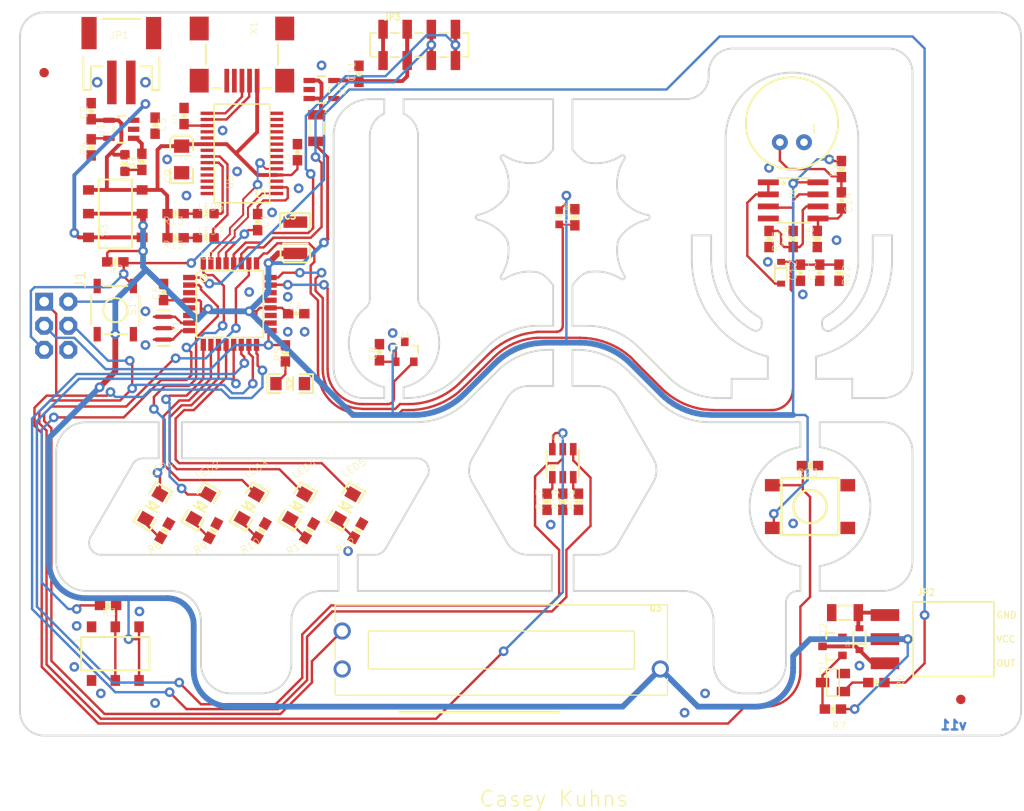
<source format=kicad_pcb>
(kicad_pcb (version 20211014) (generator pcbnew)
  (layers (0 "F.Cu" signal) (31 "B.Cu" signal) (34 "B.Paste" user) (35 "F.Paste" user) (36 "B.SilkS" user "B.Silkscreen") (37 "F.SilkS" user "F.Silkscreen") (38 "B.Mask" user) (39 "F.Mask" user) (44 "Edge.Cuts" user))
  (net 0 "")
  (net 1 "BLUE")
  (net 2 "GRN")
  (net 3 "N$18")
  (net 4 "N$21")
  (net 5 "GND")
  (net 6 "VCC")
  (net 7 "RST")
  (net 8 "D11")
  (net 9 "D13")
  (net 10 "RXD")
  (net 11 "TXD")
  (net 12 "D5")
  (net 13 "N$2")
  (net 14 "D9")
  (net 15 "N$1")
  (net 16 "N$3")
  (net 17 "DTR")
  (net 18 "D6")
  (net 19 "D10")
  (net 20 "VBATT")
  (net 21 "N$33")
  (net 22 "A2")
  (net 23 "A3")
  (net 24 "A4")
  (net 25 "A5")
  (net 26 "STAT")
  (net 27 "PROG")
  (net 28 "A0")
  (net 29 "D2")
  (net 30 "D3")
  (net 31 "D4")
  (net 32 "D8")
  (net 33 "D7")
  (net 34 "D12")
  (net 35 "A1")
  (net 36 "N$9")
  (net 37 "N$11")
  (net 38 "N$13")
  (net 39 "N$15")
  (net 40 "USB_D-")
  (net 41 "USB_D+")
  (net 42 "CTS")
  (net 43 "3.3V")
  (net 44 "TXLED")
  (net 45 "RXLED")
  (net 46 "N$5")
  (net 47 "N$6")
  (net 48 "5V")
  (net 49 "N$17")
  (net 50 "N$20")
  (net 51 "N$23")
  (net 52 "N$24")
  (net 53 "N$26")
  (net 54 "N$8")
  (net 55 "N$4")
  (net 56 "N$10")
  (net 57 "N$12")
  (net 58 "N$7")
  (net 59 "N$16")
  (net 60 "N$14")
  (footprint "boardEagle:PLCC-6-LED" (layer "F.Cu") (at 152.9461 114.4016)
    (fp_text reference "U$5")
    (fp_text value "LED-TRICOLOR")
  )
  (footprint "boardEagle:0603-RES" (layer "F.Cu") (at 174.6631 90.7796 -90)
    (fp_text reference "R25")
    (fp_text value "2.2k")
  )
  (footprint "boardEagle:STAND-OFF" (layer "F.Cu") (at 98.3361 140.5636)
    (fp_text reference "STANDOFF3" hide)
    (fp_text value "STAND-OFF" hide)
  )
  (footprint "boardEagle:STAND-OFF" (layer "F.Cu") (at 98.3361 69.4436)
    (fp_text reference "STANDOFF4" hide)
    (fp_text value "STAND-OFF" hide)
  )
  (footprint "boardEagle:STAND-OFF" (layer "F.Cu") (at 198.6661 69.4436)
    (fp_text reference "STANDOFF1" hide)
    (fp_text value "STAND-OFF" hide)
  )
  (footprint "boardEagle:1X03_SMD_RA_FEMALE" (layer "F.Cu") (at 194.0941 132.9436 90)
    (fp_text reference "JP2")
    (fp_text value "1x3 RA Female .1\"" hide)
  )
  (footprint "boardEagle:0603-RES" (layer "F.Cu") (at 182.0291 94.3356 -90)
    (fp_text reference "R22")
    (fp_text value "100k")
  )
  (footprint "boardEagle:C2031N-1A2-B10K-GP" (layer "F.Cu") (at 146.4691 134.0866)
    (fp_text reference "U3")
    (fp_text value "10K_LINEAR_SLIDE_POT_SMALL")
  )
  (footprint "boardEagle:0603-RES" (layer "F.Cu") (at 103.2891 81.1276 90)
    (fp_text reference "R4")
    (fp_text value "10k")
  )
  (footprint "boardEagle:0603-CAP" (layer "F.Cu") (at 110.9091 96.3676 90)
    (fp_text reference "C6")
    (fp_text value "0.1uF")
  )
  (footprint "boardEagle:0603-CAP" (layer "F.Cu") (at 103.2891 77.3176 90)
    (fp_text reference "C2")
    (fp_text value "4.7uF")
  )
  (footprint "boardEagle:0603-CAP" (layer "F.Cu") (at 179.9971 94.3356 90)
    (fp_text reference "C13")
    (fp_text value "0.1uF")
  )
  (footprint "boardEagle:FIDUCIAL-1X2" (layer "F.Cu") (at 194.8561 139.2936)
    (fp_text reference "FID1" hide)
    (fp_text value "FIDUCIAL1X2" hide)
  )
  (footprint "boardEagle:0603-RES" (layer "F.Cu") (at 126.2761 121.5136 60)
    (fp_text reference "R11")
    (fp_text value "300")
  )
  (footprint "boardEagle:EIA3216" (layer "F.Cu") (at 112.8141 82.3976 90)
    (fp_text reference "C9")
    (fp_text value "10uF")
  )
  (footprint "boardEagle:0603-RES" (layer "F.Cu") (at 177.2031 90.7796 90)
    (fp_text reference "R24")
    (fp_text value "10k")
  )
  (footprint "boardEagle:2X3-NS" (layer "F.Cu") (at 99.6061 99.9236 -90)
    (fp_text reference "J1")
    (fp_text value "AVR_SPI_PRG_6NS")
  )
  (footprint "boardEagle:0603-RES" (layer "F.Cu") (at 111.0361 121.5136 60)
    (fp_text reference "R8")
    (fp_text value "300")
  )
  (footprint "boardEagle:0603-CAP" (layer "F.Cu") (at 125.0061 81.6356 90)
    (fp_text reference "C7")
    (fp_text value "0.1uF")
  )
  (footprint "boardEagle:0603-CAP" (layer "F.Cu") (at 177.9651 94.3356 90)
    (fp_text reference "C12")
    (fp_text value "0.1uF")
  )
  (footprint "boardEagle:AYZ0202" (layer "F.Cu") (at 105.8291 134.4676)
    (fp_text reference "S2")
    (fp_text value "")
  )
  (footprint "boardEagle:0603-RES" (layer "F.Cu") (at 182.2831 83.4136 90)
    (fp_text reference "R27")
    (fp_text value "10k")
  )
  (footprint "boardEagle:SOD-323" (layer "F.Cu") (at 184.1881 132.9436 90)
    (fp_text reference "D5")
    (fp_text value "")
  )
  (footprint "boardEagle:CREATIVE_COMMONS" (layer "F.Cu") (at 116.1161 150.7236)
    (fp_text reference "FRAME1" hide)
    (fp_text value "FRAME-LEDGER" hide)
  )
  (footprint "boardEagle:JST-2-SMD" (layer "F.Cu") (at 106.4641 70.5866)
    (fp_text reference "JP1")
    (fp_text value "LiPo")
  )
  (footprint "boardEagle:0603-RES" (layer "F.Cu") (at 178.9811 114.6556 180)
    (fp_text reference "R23")
    (fp_text value "10k")
  )
  (footprint "boardEagle:0603-CAP" (layer "F.Cu") (at 182.2831 86.7156 -90)
    (fp_text reference "C14")
    (fp_text value "0.1uF")
  )
  (footprint "boardEagle:TQFP32-08" (layer "F.Cu") (at 117.8941 97.6376)
    (fp_text reference "U2")
    (fp_text value "ATMEGA328")
  )
  (footprint "boardEagle:0603-CAP" (layer "F.Cu") (at 120.8151 89.0016 -90)
    (fp_text reference "C1")
    (fp_text value "0.1uF")
  )
  (footprint "boardEagle:0603-RES" (layer "F.Cu") (at 179.7431 90.7796 90)
    (fp_text reference "R26")
    (fp_text value "10k")
  )
  (footprint "boardEagle:0603-RES" (layer "F.Cu") (at 116.1161 121.5136 62)
    (fp_text reference "R9")
    (fp_text value "300")
  )
  (footprint "boardEagle:0603-RES" (layer "F.Cu") (at 112.1791 90.6526 180)
    (fp_text reference "R15")
    (fp_text value "1k")
  )
  (footprint "boardEagle:PTC-1206" (layer "F.Cu") (at 127.0381 79.0956 -90)
    (fp_text reference "F2")
    (fp_text value "PTCSMD")
  )
  (footprint "boardEagle:LED-1206" (layer "F.Cu") (at 119.9261 118.9736 -120)
    (fp_text reference "LED3")
    (fp_text value "White")
  )
  (footprint "boardEagle:0603-RES" (layer "F.Cu") (at 112.1791 88.1126 180)
    (fp_text reference "R13")
    (fp_text value "1k")
  )
  (footprint "boardEagle:0603-CAP" (layer "F.Cu") (at 110.0201 78.8416 -90)
    (fp_text reference "C5")
    (fp_text value "4.7uF")
  )
  (footprint "boardEagle:0603-CAP" (layer "F.Cu") (at 131.4831 73.3806 90)
    (fp_text reference "C11")
    (fp_text value "0.1uF")
  )
  (footprint "boardEagle:0603-RES" (layer "F.Cu") (at 181.3941 140.3096 180)
    (fp_text reference "R7")
    (fp_text value "1k")
  )
  (footprint "boardEagle:STAND-OFF" (layer "F.Cu") (at 198.6661 140.5636)
    (fp_text reference "STANDOFF2" hide)
    (fp_text value "STAND-OFF" hide)
  )
  (footprint "boardEagle:0603-RES" (layer "F.Cu") (at 152.9461 118.4656 90)
    (fp_text reference "R19")
    (fp_text value "100")
  )
  (footprint "boardEagle:MIC-9.7MM" (layer "F.Cu") (at 177.0761 78.5876 90)
    (fp_text reference "U9" hide)
    (fp_text value "MIC9.7MM" hide)
  )
  (footprint "boardEagle:SOT23-3" (layer "F.Cu") (at 136.3091 102.7176)
    (fp_text reference "U4")
    (fp_text value "MCP9700")
  )
  (footprint "boardEagle:0603-RES" (layer "F.Cu") (at 123.7361 102.8446 90)
    (fp_text reference "R5")
    (fp_text value "330")
  )
  (footprint "boardEagle:FIDUCIAL-1X2" (layer "F.Cu") (at 98.3361 73.2536)
    (fp_text reference "FID2" hide)
    (fp_text value "FIDUCIAL1X2" hide)
  )
  (footprint "boardEagle:LED-1206" (layer "F.Cu") (at 124.2441 106.0196)
    (fp_text reference "D2")
    (fp_text value "RED")
  )
  (footprint "boardEagle:0603-CAP" (layer "F.Cu") (at 133.6421 102.7176 90)
    (fp_text reference "C8")
    (fp_text value "0.1uF")
  )
  (footprint "boardEagle:0603-RES" (layer "F.Cu") (at 185.9661 137.5156)
    (fp_text reference "R6")
    (fp_text value "1k")
  )
  (footprint "boardEagle:0603-RES" (layer "F.Cu") (at 108.6231 82.6516 90)
    (fp_text reference "R1")
    (fp_text value "330")
  )
  (footprint "boardEagle:PTC-1206" (layer "F.Cu") (at 182.6641 130.1496)
    (fp_text reference "F1")
    (fp_text value "PTCSMD")
  )
  (footprint "boardEagle:SO08" (layer "F.Cu") (at 177.2031 86.7156 -90)
    (fp_text reference "U8")
    (fp_text value "LMV358SOIC")
  )
  (footprint "boardEagle:EIA3528" (layer "F.Cu") (at 124.7851 90.6527 -90)
    (fp_text reference "C3")
    (fp_text value "47uF")
  )
  (footprint "boardEagle:0603-CAP" (layer "F.Cu") (at 124.8791 98.6536)
    (fp_text reference "C4")
    (fp_text value "1.0uF")
  )
  (footprint "boardEagle:AYZ0202" (layer "F.Cu") (at 105.8291 88.1126 90)
    (fp_text reference "S3")
    (fp_text value "On/Off")
  )
  (footprint "boardEagle:0603-RES" (layer "F.Cu") (at 131.3561 121.5136 60)
    (fp_text reference "R12")
    (fp_text value "300")
  )
  (footprint "boardEagle:0603-RES" (layer "F.Cu") (at 121.1961 121.5136 60)
    (fp_text reference "R10")
    (fp_text value "300")
  )
  (footprint "boardEagle:LED-0603" (layer "F.Cu") (at 115.3541 88.1126 -90)
    (fp_text reference "LED6")
    (fp_text value "Red")
  )
  (footprint "boardEagle:0603-RES" (layer "F.Cu") (at 105.0671 129.3876 180)
    (fp_text reference "R3")
    (fp_text value "10k")
  )
  (footprint "boardEagle:TACTILE_SWITCH_SMD" (layer "F.Cu") (at 105.8291 98.2726 -90)
    (fp_text reference "S1")
    (fp_text value "Reset")
  )
  (footprint "boardEagle:LED-1206" (layer "F.Cu") (at 109.7661 118.9736 -120)
    (fp_text reference "LED1")
    (fp_text value "White")
  )
  (footprint "boardEagle:0603-RES" (layer "F.Cu") (at 154.2161 88.4936 90)
    (fp_text reference "R14")
    (fp_text value "10k")
  )
  (footprint "boardEagle:LED-0603" (layer "F.Cu") (at 115.3541 90.6526 -90)
    (fp_text reference "LED7")
    (fp_text value "Green")
  )
  (footprint "boardEagle:1X04_SMD_STRAIGHT_COMBO" (layer "F.Cu") (at 134.0231 70.3326)
    (fp_text reference "JP3")
    (fp_text value "")
  )
  (footprint "boardEagle:SOT23-5" (layer "F.Cu") (at 127.5461 75.0316 -90)
    (fp_text reference "U7")
    (fp_text value "V_REG_MIC52053.3V")
  )
  (footprint "boardEagle:LED-1206" (layer "F.Cu") (at 125.0061 118.9736 -120)
    (fp_text reference "LED4")
    (fp_text value "White")
  )
  (footprint "boardEagle:SOT23-3" (layer "F.Cu") (at 181.3941 133.7056 90)
    (fp_text reference "Q2")
    (fp_text value "MOSFET-P")
  )
  (footprint "boardEagle:SOD-323" (layer "F.Cu") (at 175.9331 94.3356 -90)
    (fp_text reference "D4")
    (fp_text value "")
  )
  (footprint "boardEagle:USB-MINIB" (layer "F.Cu") (at 119.1641 71.6026 -90)
    (fp_text reference "X1")
    (fp_text value "USBSMD")
  )
  (footprint "boardEagle:LED-0603" (layer "F.Cu") (at 106.8451 82.7786 180)
    (fp_text reference "D1")
    (fp_text value "Yellow")
  )
  (footprint "boardEagle:RESONATOR-SMD" (layer "F.Cu") (at 110.9091 100.1776 -90)
    (fp_text reference "Y1")
    (fp_text value "8MHz")
  )
  (footprint "boardEagle:TACTILE_SWITCH_TALL" (layer "F.Cu") (at 178.9811 118.9736 180)
    (fp_text reference "S5" hide)
    (fp_text value "SWITCH-MOMENTARY-2SMD-4" hide)
  )
  (footprint "boardEagle:0603-RES" (layer "F.Cu") (at 151.2951 118.4656 90)
    (fp_text reference "R17")
    (fp_text value "300")
  )
  (footprint "boardEagle:0603-RES" (layer "F.Cu") (at 105.8291 93.1926 180)
    (fp_text reference "R2")
    (fp_text value "10k")
  )
  (footprint "boardEagle:0603-RES" (layer "F.Cu") (at 154.5971 118.4656 90)
    (fp_text reference "R21")
    (fp_text value "100")
  )
  (footprint "boardEagle:LED-1206" (layer "F.Cu") (at 130.0861 118.9736 -120)
    (fp_text reference "LED5")
    (fp_text value "White")
  )
  (footprint "boardEagle:SOT23" (layer "F.Cu") (at 181.3941 137.5156 90)
    (fp_text reference "Q1")
    (fp_text value "MOSFET-N")
  )
  (footprint "boardEagle:LED-1206" (layer "F.Cu") (at 114.8461 118.9736 -120)
    (fp_text reference "LED2")
    (fp_text value "White")
  )
  (footprint "boardEagle:SSOP28DB" (layer "F.Cu") (at 119.1641 81.7626 90)
    (fp_text reference "U5")
    (fp_text value "FT232RLSSOP")
  )
  (footprint "boardEagle:0603-CAP" (layer "F.Cu") (at 113.0681 77.8256 90)
    (fp_text reference "C10")
    (fp_text value "0.1uF")
  )
  (footprint "boardEagle:SOT23-5" (layer "F.Cu") (at 106.4641 79.2226 90)
    (fp_text reference "U1")
    (fp_text value "MCP73831")
  )
  (footprint "boardEagle:ALS-PT19" (layer "F.Cu") (at 152.5651 88.4936 -90)
    (fp_text reference "U6")
    (fp_text value "LIGHTSENSORALS")
  )
  (gr_line (start 135.7757 140.6398) (end 152.5905 140.6398) (layer "F.SilkS") (width 0.254))
  (gr_arc (start 138.185849 98.047585) (mid 137.832308 97.605343) (end 137.7061 97.0534) (layer "Edge.Cuts") (width 0.2032))
  (gr_arc (start 141.849653 105.311753) (mid 139.377548 106.963562) (end 136.4615 107.5436) (layer "Edge.Cuts") (width 0.2032))
  (gr_arc (start 168.3131 73.2536) (mid 169.057049 71.457549) (end 170.8531 70.7136) (layer "Edge.Cuts") (width 0.2032))
  (gr_arc (start 150.30239 82.715722) (mid 148.481774 82.68742) (end 146.7993 81.9912) (layer "Edge.Cuts") (width 0.2032))
  (gr_arc (start 146.799298 94.996002) (mid 146.477761 94.961937) (end 146.4437 94.6404) (layer "Edge.Cuts") (width 0.2032))
  (gr_line (start 129.3241 124.0536) (end 104.3559 124.0536) (layer "Edge.Cuts") (width 0.2032))
  (gr_line (start 151.8031 124.0536) (end 149.2885 124.0536) (layer "Edge.Cuts") (width 0.2032))
  (gr_arc (start 201.2061 140.5636) (mid 200.462151 142.359651) (end 198.6661 143.1036) (layer "Edge.Cuts") (width 0.2032))
  (gr_line (start 136.1821 76.0476) (end 136.1821 77.5716) (layer "Edge.Cuts") (width 0.2032))
  (gr_arc (start 189.7761 104.3686) (mid 188.846164 106.613664) (end 186.6011 107.5436) (layer "Edge.Cuts") (width 0.2032))
  (gr_arc (start 134.263708 123.41099) (mid 133.798292 123.881253) (end 133.1595 124.0536) (layer "Edge.Cuts") (width 0.2032))
  (gr_line (start 136.1821 107.5436) (end 136.1821 106.4006) (layer "Edge.Cuts") (width 0.2032))
  (gr_line (start 142.8877 107.8484) (end 146.0627 104.6988) (layer "Edge.Cuts") (width 0.2032))
  (gr_line (start 137.7061 79.9084) (end 137.7061 97.0534) (layer "Edge.Cuts") (width 0.2032))
  (gr_arc (start 138.186173 98.047088) (mid 139.804824 102.852567) (end 136.1821 106.4006) (layer "Edge.Cuts") (width 0.2032))
  (gr_arc (start 147.172384 91.13881) (mid 147.083856 90.935291) (end 147.0025 90.7288) (layer "Edge.Cuts") (width 0.2032))
  (gr_arc (start 155.178412 82.557697) (mid 155.38454 82.639178) (end 155.5877 82.7278) (layer "Edge.Cuts") (width 0.2032))
  (gr_arc (start 185.580092 92.938599) (mid 184.401062 97.258651) (end 181.1909 100.3808) (layer "Edge.Cuts") (width 0.2032))
  (gr_line (start 179.9971 127.8636) (end 179.9971 125.2474) (layer "Edge.Cuts") (width 0.2032))
  (gr_line (start 110.4011 113.8936) (end 110.4011 110.0836) (layer "Edge.Cuts") (width 0.2032))
  (gr_arc (start 104.355941 124.057911) (mid 103.243395 123.427386) (end 103.2383 122.1486) (layer "Edge.Cuts") (width 0.2032))
  (gr_line (start 112.8395 110.0836) (end 137.5029 110.0836) (layer "Edge.Cuts") (width 0.2032))
  (gr_line (start 168.3131 73.2536) (end 168.3131 73.6346) (layer "Edge.Cuts") (width 0.2032))
  (gr_line (start 131.3561 124.0536) (end 131.3561 127.8636) (layer "Edge.Cuts") (width 0.2032))
  (gr_arc (start 158.903515 90.733979) (mid 158.823839 90.936011) (end 158.7373 91.1352) (layer "Edge.Cuts") (width 0.2032))
  (gr_line (start 170.7261 105.5116) (end 170.7261 107.5436) (layer "Edge.Cuts") (width 0.2032))
  (gr_arc (start 186.6011 110.0836) (mid 188.846164 111.013536) (end 189.7761 113.2586) (layer "Edge.Cuts") (width 0.2032))
  (gr_arc (start 124.3711 131.0386) (mid 125.301036 128.793536) (end 127.5461 127.8636) (layer "Edge.Cuts") (width 0.2032))
  (gr_arc (start 147.010968 86.28696) (mid 147.092059 86.080702) (end 147.1803 85.8774) (layer "Edge.Cuts") (width 0.2032))
  (gr_arc (start 170.0911 80.2386) (mid 177.0761 73.2536) (end 184.0611 80.2386) (layer "Edge.Cuts") (width 0.2032))
  (gr_line (start 151.9301 99.9236) (end 150.3807 99.9236) (layer "Edge.Cuts") (width 0.2032))
  (gr_line (start 179.9971 112.6998) (end 179.9971 110.0836) (layer "Edge.Cuts") (width 0.2032))
  (gr_line (start 189.7761 104.3686) (end 189.7761 73.2536) (layer "Edge.Cuts") (width 0.2032))
  (gr_line (start 156.6291 124.0536) (end 154.0891 124.0536) (layer "Edge.Cuts") (width 0.2032))
  (gr_line (start 183.4261 107.5436) (end 183.4261 105.5116) (layer "Edge.Cuts") (width 0.2032))
  (gr_line (start 170.0911 80.2386) (end 170.0911 92.9386) (layer "Edge.Cuts") (width 0.2032))
  (gr_arc (start 158.824945 122.790257) (mid 157.895766 123.715225) (end 156.6291 124.0536) (layer "Edge.Cuts") (width 0.2032))
  (gr_arc (start 150.727756 94.460129) (mid 150.514547 94.376281) (end 150.3045 94.2848) (layer "Edge.Cuts") (width 0.2032))
  (gr_arc (start 146.059345 104.695447) (mid 148.531452 103.043638) (end 151.4475 102.4636) (layer "Edge.Cuts") (width 0.2032))
  (gr_arc (start 171.9961 138.6586) (mid 169.751036 137.728664) (end 168.8211 135.4836) (layer "Edge.Cuts") (width 0.2032))
  (gr_line (start 168.8211 135.4836) (end 168.8211 131.0386) (layer "Edge.Cuts") (width 0.2032))
  (gr_arc (start 153.964718 95.658213) (mid 154.518468 94.993364) (end 155.1813 94.4372) (layer "Edge.Cuts") (width 0.2032))
  (gr_line (start 189.7761 113.2586) (end 189.7761 124.6886) (layer "Edge.Cuts") (width 0.2032))
  (gr_line (start 151.9301 81.3308) (end 151.9301 76.0476) (layer "Edge.Cuts") (width 0.2032))
  (gr_line (start 114.8461 135.4836) (end 114.8461 131.0386) (layer "Edge.Cuts") (width 0.2032))
  (gr_line (start 153.9621 95.6564) (end 153.9621 99.9236) (layer "Edge.Cuts") (width 0.2032))
  (gr_arc (start 187.622728 92.9386) (mid 185.38332 99.436405) (end 179.6161 103.1748) (layer "Edge.Cuts") (width 0.2032))
  (gr_line (start 151.4475 102.4636) (end 151.9301 102.4636) (layer "Edge.Cuts") (width 0.2032))
  (gr_line (start 187.6171 90.3986) (end 185.5851 90.3986) (layer "Edge.Cuts") (width 0.2032))
  (gr_arc (start 187.2361 70.7136) (mid 189.032151 71.457549) (end 189.7761 73.2536) (layer "Edge.Cuts") (width 0.2032))
  (gr_arc (start 137.579141 113.889292) (mid 138.672584 114.530844) (end 138.6713 115.7986) (layer "Edge.Cuts") (width 0.2032))
  (gr_line (start 136.1821 76.0476) (end 151.9301 76.0476) (layer "Edge.Cuts") (width 0.2032))
  (gr_arc (start 149.288486 124.051313) (mid 148.012989 123.71484) (end 147.0787 122.7836) (layer "Edge.Cuts") (width 0.2032))
  (gr_line (start 183.4261 105.5116) (end 179.6161 105.5116) (layer "Edge.Cuts") (width 0.2032))
  (gr_arc (start 124.3711 135.4836) (mid 123.441164 137.728664) (end 121.1961 138.6586) (layer "Edge.Cuts") (width 0.2032))
  (gr_arc (start 159.4485 94.640402) (mid 159.414435 94.961937) (end 159.0929 94.996) (layer "Edge.Cuts") (width 0.2032))
  (gr_arc (start 150.727962 94.4491) (mid 151.382408 94.999602) (end 151.9301 95.6564) (layer "Edge.Cuts") (width 0.2032))
  (gr_line (start 168.5671 90.3986) (end 166.5351 90.3986) (layer "Edge.Cuts") (width 0.2032))
  (gr_line (start 102.7811 110.0836) (end 110.4011 110.0836) (layer "Edge.Cuts") (width 0.2032))
  (gr_arc (start 180.2561 99.5426) (mid 180.343318 99.219331) (end 180.5813 98.9838) (layer "Edge.Cuts") (width 0.2032))
  (gr_line (start 185.5851 90.3986) (end 185.5851 92.9386) (layer "Edge.Cuts") (width 0.2032))
  (gr_line (start 134.1501 106.4006) (end 134.1501 107.5436) (layer "Edge.Cuts") (width 0.2032))
  (gr_arc (start 173.591411 98.992291) (mid 171.029167 96.435004) (end 170.0911 92.9386) (layer "Edge.Cuts") (width 0.2032))
  (gr_line (start 129.3241 127.8636) (end 129.3241 124.0536) (layer "Edge.Cuts") (width 0.2032))
  (gr_arc (start 181.201145 100.398736) (mid 180.567374 100.396618) (end 180.2511 99.8474) (layer "Edge.Cuts") (width 0.2032))
  (gr_line (start 186.6011 107.5436) (end 183.4261 107.5436) (layer "Edge.Cuts") (width 0.2032))
  (gr_arc (start 176.4411 135.4836) (mid 175.511164 137.728664) (end 173.2661 138.6586) (layer "Edge.Cuts") (width 0.2032))
  (gr_arc (start 162.4711 113.8936) (mid 162.811745 115.1636) (end 162.4711 116.4336) (layer "Edge.Cuts") (width 0.2032))
  (gr_line (start 168.5671 92.9386) (end 168.5671 90.3986) (layer "Edge.Cuts") (width 0.2032))
  (gr_line (start 180.2511 99.8474) (end 180.2511 99.5426) (layer "Edge.Cuts") (width 0.2032))
  (gr_line (start 144.9959 102.1588) (end 141.8463 105.3084) (layer "Edge.Cuts") (width 0.2032))
  (gr_arc (start 147.16822 91.137309) (mid 147.139919 92.957925) (end 146.4437 94.6404) (layer "Edge.Cuts") (width 0.2032))
  (gr_line (start 179.9971 110.0836) (end 186.6011 110.0836) (layer "Edge.Cuts") (width 0.2032))
  (gr_line (start 187.2361 70.7136) (end 170.8531 70.7136) (layer "Edge.Cuts") (width 0.2032))
  (gr_line (start 112.8395 110.0836) (end 112.8395 113.8936) (layer "Edge.Cuts") (width 0.2032))
  (gr_line (start 176.4411 129.1336) (end 176.4411 135.4836) (layer "Edge.Cuts") (width 0.2032))
  (gr_arc (start 158.72913 85.878879) (mid 158.74932 84.043695) (end 159.4485 82.3468) (layer "Edge.Cuts") (width 0.2032))
  (gr_arc (start 99.6061 113.2586) (mid 100.536036 111.013536) (end 102.7811 110.0836) (layer "Edge.Cuts") (width 0.2032))
  (gr_line (start 153.9621 102.4636) (end 154.4701 102.4636) (layer "Edge.Cuts") (width 0.2032))
  (gr_line (start 170.7261 107.5436) (end 169.4307 107.5436) (layer "Edge.Cuts") (width 0.2032))
  (gr_arc (start 174.537455 103.169338) (mid 168.773313 99.432938) (end 166.5351 92.9386) (layer "Edge.Cuts") (width 0.2032))
  (gr_line (start 173.2661 138.6586) (end 171.9961 138.6586) (layer "Edge.Cuts") (width 0.2032))
  (gr_arc (start 155.1813 82.55) (mid 154.517139 81.994961) (end 153.9621 81.3308) (layer "Edge.Cuts") (width 0.2032))
  (gr_line (start 98.3361 66.9036) (end 198.6661 66.9036) (layer "Edge.Cuts") (width 0.2032))
  (gr_arc (start 118.0211 138.6586) (mid 115.776036 137.728664) (end 114.8461 135.4836) (layer "Edge.Cuts") (width 0.2032))
  (gr_line (start 153.9621 102.4636) (end 153.9621 106.2736) (layer "Edge.Cuts") (width 0.2032))
  (gr_line (start 153.9621 106.2736) (end 156.6291 106.2736) (layer "Edge.Cuts") (width 0.2032))
  (gr_arc (start 128.8161 79.8576) (mid 129.932023 77.163523) (end 132.6261 76.0476) (layer "Edge.Cuts") (width 0.2032))
  (gr_arc (start 146.448349 82.343725) (mid 147.154241 84.040154) (end 147.1803 85.8774) (layer "Edge.Cuts") (width 0.2032))
  (gr_arc (start 111.6711 127.8636) (mid 113.916164 128.793536) (end 114.8461 131.0386) (layer "Edge.Cuts") (width 0.2032))
  (gr_line (start 121.1961 138.6586) (end 118.0211 138.6586) (layer "Edge.Cuts") (width 0.2032))
  (gr_arc (start 95.7961 69.4436) (mid 96.540049 67.647549) (end 98.3361 66.9036) (layer "Edge.Cuts") (width 0.2032))
  (gr_arc (start 156.629087 106.275887) (mid 157.890199 106.6187) (end 158.8135 107.5436) (layer "Edge.Cuts") (width 0.2032))
  (gr_line (start 132.6261 76.0476) (end 134.1501 76.0476) (layer "Edge.Cuts") (width 0.2032))
  (gr_arc (start 142.891053 107.851753) (mid 140.418948 109.503562) (end 137.5029 110.0836) (layer "Edge.Cuts") (width 0.2032))
  (gr_line (start 165.6461 127.8636) (end 154.0891 127.8636) (layer "Edge.Cuts") (width 0.2032))
  (gr_line (start 99.6061 124.6886) (end 99.6061 113.2586) (layer "Edge.Cuts") (width 0.2032))
  (gr_line (start 184.0611 92.9386) (end 184.0611 80.2386) (layer "Edge.Cuts") (width 0.2032))
  (gr_line (start 108.7501 113.8936) (end 110.4011 113.8936) (layer "Edge.Cuts") (width 0.2032))
  (gr_line (start 186.6011 127.8636) (end 179.9971 127.8636) (layer "Edge.Cuts") (width 0.2032))
  (gr_arc (start 107.652174 114.525271) (mid 108.116765 114.062787) (end 108.7501 113.8936) (layer "Edge.Cuts") (width 0.2032))
  (gr_line (start 151.9301 99.9236) (end 151.9301 95.6564) (layer "Edge.Cuts") (width 0.2032))
  (gr_line (start 151.8031 127.8636) (end 151.8031 124.0536) (layer "Edge.Cuts") (width 0.2032))
  (gr_arc (start 98.3361 143.1036) (mid 96.540049 142.359651) (end 95.7961 140.5636) (layer "Edge.Cuts") (width 0.2032))
  (gr_line (start 136.4615 107.5436) (end 136.1821 107.5436) (layer "Edge.Cuts") (width 0.2032))
  (gr_arc (start 189.7761 124.6886) (mid 188.846164 126.933664) (end 186.6011 127.8636) (layer "Edge.Cuts") (width 0.2032))
  (gr_arc (start 132.632239 97.053338) (mid 132.513309 97.601398) (end 132.1689 98.044) (layer "Edge.Cuts") (width 0.2032))
  (gr_arc (start 144.0053 88.7476) (mid 143.79707 88.4936) (end 144.0053 88.2396) (layer "Edge.Cuts") (width 0.2032))
  (gr_line (start 149.2885 106.2736) (end 151.9301 106.2736) (layer "Edge.Cuts") (width 0.2032))
  (gr_line (start 103.2383 122.1486) (end 107.6579 114.5286) (layer "Edge.Cuts") (width 0.2032))
  (gr_arc (start 147.086283 107.54796) (mid 148.016321 106.615154) (end 149.2885 106.2736) (layer "Edge.Cuts") (width 0.2032))
  (gr_arc (start 144.004786 88.750069) (mid 145.693073 89.452454) (end 147.0025 90.7288) (layer "Edge.Cuts") (width 0.2032))
  (gr_line (start 112.8395 113.8936) (end 137.5791 113.8936) (layer "Edge.Cuts") (width 0.2032))
  (gr_arc (start 165.6461 127.8636) (mid 167.891164 128.793536) (end 168.8211 131.0386) (layer "Edge.Cuts") (width 0.2032))
  (gr_arc (start 177.965098 125.2474) (mid 172.625564 118.973599) (end 177.9651 112.6998) (layer "Edge.Cuts") (width 0.2032))
  (gr_line (start 155.5115 99.9236) (end 153.9621 99.9236) (layer "Edge.Cuts") (width 0.2032))
  (gr_arc (start 168.389299 110.078857) (mid 165.475067 109.49918) (end 163.0045 107.8484) (layer "Edge.Cuts") (width 0.2032))
  (gr_line (start 179.6161 105.5116) (end 179.6161 103.1748) (layer "Edge.Cuts") (width 0.2032))
  (gr_arc (start 168.3131 73.6346) (mid 167.606349 75.340849) (end 165.9001 76.0476) (layer "Edge.Cuts") (width 0.2032))
  (gr_arc (start 155.5115 99.928344) (mid 158.425733 100.50802) (end 160.8963 102.1588) (layer "Edge.Cuts") (width 0.2032))
  (gr_arc (start 155.58174 94.271669) (mid 155.382933 94.357854) (end 155.1813 94.4372) (layer "Edge.Cuts") (width 0.2032))
  (gr_line (start 151.8031 127.8636) (end 131.3561 127.8636) (layer "Edge.Cuts") (width 0.2032))
  (gr_line (start 147.0787 122.7836) (end 143.4211 116.4336) (layer "Edge.Cuts") (width 0.2032))
  (gr_line (start 174.5361 103.1748) (end 174.5361 105.5116) (layer "Edge.Cuts") (width 0.2032))
  (gr_line (start 154.0891 124.0536) (end 154.0891 127.8636) (layer "Edge.Cuts") (width 0.2032))
  (gr_line (start 134.1501 107.5436) (end 131.9911 107.5436) (layer "Edge.Cuts") (width 0.2032))
  (gr_arc (start 179.9971 112.6998) (mid 185.336635 118.9736) (end 179.9971 125.2474) (layer "Edge.Cuts") (width 0.2032))
  (gr_line (start 166.5351 90.3986) (end 166.5351 92.9386) (layer "Edge.Cuts") (width 0.2032))
  (gr_arc (start 159.0929 81.9912) (mid 159.414436 82.025264) (end 159.4485 82.3468) (layer "Edge.Cuts") (width 0.2032))
  (gr_line (start 177.9651 110.0836) (end 177.9651 112.6998) (layer "Edge.Cuts") (width 0.2032))
  (gr_line (start 128.8161 104.3686) (end 128.8161 79.8576) (layer "Edge.Cuts") (width 0.2032))
  (gr_line (start 164.0459 105.3084) (end 160.8963 102.1588) (layer "Edge.Cuts") (width 0.2032))
  (gr_line (start 162.4711 116.4336) (end 158.8135 122.7836) (layer "Edge.Cuts") (width 0.2032))
  (gr_line (start 143.4211 113.8936) (end 147.0787 107.5436) (layer "Edge.Cuts") (width 0.2032))
  (gr_line (start 198.6661 143.1036) (end 98.3361 143.1036) (layer "Edge.Cuts") (width 0.2032))
  (gr_arc (start 146.805252 95.005096) (mid 148.4863 94.3118) (end 150.3045 94.2848) (layer "Edge.Cuts") (width 0.2032))
  (gr_arc (start 151.942034 81.339088) (mid 151.392703 81.997851) (end 150.7363 82.55) (layer "Edge.Cuts") (width 0.2032))
  (gr_arc (start 169.430692 107.547831) (mid 166.515713 106.963324) (end 164.0459 105.3084) (layer "Edge.Cuts") (width 0.2032))
  (gr_arc (start 184.070346 92.9386) (mid 183.135495 96.42851) (end 180.5813 98.9838) (layer "Edge.Cuts") (width 0.2032))
  (gr_arc (start 172.958877 100.385181) (mid 169.746825 97.261194) (end 168.5671 92.9386) (layer "Edge.Cuts") (width 0.2032))
  (gr_line (start 187.6171 92.9386) (end 187.6171 90.3986) (layer "Edge.Cuts") (width 0.2032))
  (gr_line (start 133.1595 124.0536) (end 131.3561 124.0536) (layer "Edge.Cuts") (width 0.2032))
  (gr_arc (start 155.585492 94.272235) (mid 157.408279 94.299337) (end 159.0929 94.996) (layer "Edge.Cuts") (width 0.2032))
  (gr_arc (start 144.992545 102.155447) (mid 147.464652 100.503638) (end 150.3807 99.9236) (layer "Edge.Cuts") (width 0.2032))
  (gr_arc (start 134.151555 106.393999) (mid 130.541424 102.840818) (end 132.1689 98.044) (layer "Edge.Cuts") (width 0.2032))
  (gr_line (start 174.5361 105.5116) (end 170.7261 105.5116) (layer "Edge.Cuts") (width 0.2032))
  (gr_line (start 111.6711 127.8636) (end 102.7811 127.8636) (layer "Edge.Cuts") (width 0.2032))
  (gr_line (start 151.9301 106.2736) (end 151.9301 102.4636) (layer "Edge.Cuts") (width 0.2032))
  (gr_arc (start 154.470105 102.459369) (mid 157.385086 103.043875) (end 159.8549 104.6988) (layer "Edge.Cuts") (width 0.2032))
  (gr_arc (start 161.886898 88.2396) (mid 162.095129 88.493599) (end 161.8869 88.7476) (layer "Edge.Cuts") (width 0.2032))
  (gr_line (start 177.9651 125.2474) (end 177.9651 127.8636) (layer "Edge.Cuts") (width 0.2032))
  (gr_line (start 153.9621 76.0476) (end 153.9621 81.3308) (layer "Edge.Cuts") (width 0.2032))
  (gr_line (start 177.9651 127.8636) (end 177.7111 127.8636) (layer "Edge.Cuts") (width 0.2032))
  (gr_arc (start 159.449943 94.63946) (mid 158.75982 92.955213) (end 158.7373 91.1352) (layer "Edge.Cuts") (width 0.2032))
  (gr_line (start 124.3711 131.0386) (end 124.3711 135.4836) (layer "Edge.Cuts") (width 0.2032))
  (gr_line (start 168.3893 110.0836) (end 177.9651 110.0836) (layer "Edge.Cuts") (width 0.2032))
  (gr_arc (start 131.9911 107.5436) (mid 129.746036 106.613664) (end 128.8161 104.3686) (layer "Edge.Cuts") (width 0.2032))
  (gr_line (start 173.9011 99.5426) (end 173.9011 99.8474) (layer "Edge.Cuts") (width 0.2032))
  (gr_arc (start 150.305287 82.72951) (mid 150.519142 82.63579) (end 150.7363 82.55) (layer "Edge.Cuts") (width 0.2032))
  (gr_line (start 201.2061 69.4436) (end 201.2061 140.5636) (layer "Edge.Cuts") (width 0.2032))
  (gr_arc (start 136.178864 77.57904) (mid 137.29025 78.515708) (end 137.7061 79.9084) (layer "Edge.Cuts") (width 0.2032))
  (gr_line (start 95.7961 140.5636) (end 95.7961 69.4436) (layer "Edge.Cuts") (width 0.2032))
  (gr_arc (start 132.629658 79.908381) (mid 133.040048 78.51237) (end 134.1501 77.5716) (layer "Edge.Cuts") (width 0.2032))
  (gr_line (start 129.3241 127.8636) (end 127.5461 127.8636) (layer "Edge.Cuts") (width 0.2032))
  (gr_line (start 134.1501 77.5716) (end 134.1501 76.0476) (layer "Edge.Cuts") (width 0.2032))
  (gr_arc (start 198.6661 66.9036) (mid 200.462151 67.647549) (end 201.2061 69.4436) (layer "Edge.Cuts") (width 0.2032))
  (gr_line (start 158.8135 107.5436) (end 162.4711 113.8936) (layer "Edge.Cuts") (width 0.2032))
  (gr_arc (start 173.891377 99.847208) (mid 173.577318 100.377169) (end 172.9613 100.3808) (layer "Edge.Cuts") (width 0.2032))
  (gr_line (start 159.8549 104.6988) (end 163.0045 107.8484) (layer "Edge.Cuts") (width 0.2032))
  (gr_arc (start 146.98842 86.273937) (mid 145.684358 87.541319) (end 144.0053 88.2396) (layer "Edge.Cuts") (width 0.2032))
  (gr_line (start 153.9621 76.0476) (end 165.9001 76.0476) (layer "Edge.Cuts") (width 0.2032))
  (gr_arc (start 143.4211 116.433599) (mid 143.080456 115.1636) (end 143.4211 113.8936) (layer "Edge.Cuts") (width 0.2032))
  (gr_line (start 132.6261 97.0534) (end 132.6261 79.9084) (layer "Edge.Cuts") (width 0.2032))
  (gr_arc (start 102.7811 127.8636) (mid 100.536036 126.933664) (end 99.6061 124.6886) (layer "Edge.Cuts") (width 0.2032))
  (gr_arc (start 158.887631 90.727359) (mid 160.197737 89.45035) (end 161.8869 88.7476) (layer "Edge.Cuts") (width 0.2032))
  (gr_line (start 138.6713 115.7986) (end 134.2771 123.4186) (layer "Edge.Cuts") (width 0.2032))
  (gr_arc (start 146.443698 82.3468) (mid 146.477763 82.025263) (end 146.7993 81.9912) (layer "Edge.Cuts") (width 0.2032))
  (gr_arc (start 176.4411 129.1336) (mid 176.813074 128.235574) (end 177.7111 127.8636) (layer "Edge.Cuts") (width 0.2032))
  (gr_arc (start 173.589142 98.995912) (mid 173.817623 99.227884) (end 173.9011 99.5426) (layer "Edge.Cuts") (width 0.2032))
  (gr_arc (start 161.883389 88.256429) (mid 160.198382 87.555673) (end 158.8897 86.2838) (layer "Edge.Cuts") (width 0.2032))
  (gr_arc (start 158.724168 85.88336) (mid 158.810353 86.082167) (end 158.8897 86.2838) (layer "Edge.Cuts") (width 0.2032))
  (gr_arc (start 159.103608 82.007546) (mid 157.414529 82.703887) (end 155.5877 82.7278) (layer "Edge.Cuts") (width 0.2032))
  (gr_text "v11" (at 195.6181 142.5956) (layer "B.Cu") (effects (font (size 1.016 1.016) (thickness 0.254)) (justify left bottom mirror)))
  (gr_text "GND" (at 198.5391 130.4036) (layer "F.SilkS") (effects (font (size 0.69088 0.69088) (thickness 0.12192)) (justify left)))
  (gr_text "OUT" (at 198.5391 135.4836) (layer "F.SilkS") (effects (font (size 0.69088 0.69088) (thickness 0.12192)) (justify left)))
  (gr_text "Casey Kuhns" (at 144.0561 150.7236) (layer "F.SilkS") (effects (font (size 1.63576 1.63576) (thickness 0.14224)) (justify left bottom)))
  (gr_text "VCC" (at 198.5391 132.9436) (layer "F.SilkS") (effects (font (size 0.69088 0.69088) (thickness 0.12192)) (justify left)))
  (segment (start 151.8461 115.8766) (end 151.8461 117.0646) (width 0.254) (layer "F.Cu") (net 1))
  (segment (start 151.8461 117.0646) (end 151.2951 117.6156) (width 0.254) (layer "F.Cu") (net 1))
  (segment (start 154.0461 115.8766) (end 154.0461 117.0646) (width 0.254) (layer "F.Cu") (net 2))
  (segment (start 154.0461 117.0646) (end 154.5971 117.6156) (width 0.254) (layer "F.Cu") (net 2))
  (segment (start 109.0161 120.7636) (end 110.5281 122.2756) (width 0.254) (layer "F.Cu") (net 3))
  (segment (start 109.0161 120.272641) (end 109.0161 120.7636) (width 0.254) (layer "F.Cu") (net 3))
  (segment (start 110.6111 122.249722) (end 110.585221 122.2756) (width 0.254) (layer "F.Cu") (net 3))
  (segment (start 110.585221 122.2756) (end 110.5281 122.2756) (width 0.254) (layer "F.Cu") (net 3))
  (segment (start 114.0961 120.64316) (end 115.717046 122.264107) (width 0.254) (layer "F.Cu") (net 4))
  (segment (start 114.0961 120.272641) (end 114.0961 120.64316) (width 0.254) (layer "F.Cu") (net 4))
  (via (at 110.0201 139.6746) (size 1.016) (drill 0.508) (layers "F.Cu" "B.Cu") (net 5))
  (via (at 101.5111 135.8646) (size 1.016) (drill 0.508) (layers "F.Cu" "B.Cu") (net 5))
  (via (at 119.9261 96.3676) (size 1.016) (drill 0.508) (layers "F.Cu" "B.Cu") (net 5))
  (via (at 125.1331 85.4456) (size 1.016) (drill 0.508) (layers "F.Cu" "B.Cu") (net 5))
  (via (at 177.2031 120.7516) (size 1.016) (drill 0.508) (layers "F.Cu" "B.Cu") (net 5))
  (via (at 122.3391 87.9856) (size 1.016) (drill 0.508) (layers "F.Cu" "B.Cu") (net 5))
  (via (at 109.0041 98.3996) (size 1.016) (drill 0.508) (layers "F.Cu" "B.Cu") (net 5))
  (via (at 125.7681 100.5586) (size 1.016) (drill 0.508) (layers "F.Cu" "B.Cu") (net 5))
  (via (at 118.6561 83.6676) (size 1.016) (drill 0.508) (layers "F.Cu" "B.Cu") (net 5))
  (via (at 113.3221 86.2076) (size 1.016) (drill 0.508) (layers "F.Cu" "B.Cu") (net 5))
  (via (at 117.1321 79.3496) (size 1.016) (drill 0.508) (layers "F.Cu" "B.Cu") (net 5))
  (via (at 109.0041 101.9556) (size 1.016) (drill 0.508) (layers "F.Cu" "B.Cu") (net 5))
  (via (at 104.3051 138.6586) (size 1.016) (drill 0.508) (layers "F.Cu" "B.Cu") (net 5))
  (via (at 123.9901 96.8756) (size 1.016) (drill 0.508) (layers "F.Cu" "B.Cu") (net 5))
  (via (at 174.6631 83.2866) (size 1.016) (drill 0.508) (layers "F.Cu" "B.Cu") (net 5))
  (via (at 151.6761 120.8786) (size 1.016) (drill 0.508) (layers "F.Cu" "B.Cu") (net 5))
  (via (at 101.7651 131.5466) (size 1.016) (drill 0.508) (layers "F.Cu" "B.Cu") (net 5))
  (via (at 167.9321 138.6586) (size 1.016) (drill 0.508) (layers "F.Cu" "B.Cu") (net 5))
  (via (at 130.3401 123.6726) (size 1.016) (drill 0.508) (layers "F.Cu" "B.Cu") (net 5))
  (via (at 111.2901 82.3976) (size 1.016) (drill 0.508) (layers "F.Cu" "B.Cu") (net 5))
  (via (at 135.0391 100.6856) (size 1.016) (drill 0.508) (layers "F.Cu" "B.Cu") (net 5))
  (via (at 165.7731 140.6906) (size 1.016) (drill 0.508) (layers "F.Cu" "B.Cu") (net 5))
  (via (at 178.2191 96.6216) (size 1.016) (drill 0.508) (layers "F.Cu" "B.Cu") (net 5))
  (via (at 103.9241 74.2696) (size 1.108) (drill 0.6) (layers "F.Cu" "B.Cu") (net 5))
  (via (at 123.9901 100.5586) (size 1.016) (drill 0.508) (layers "F.Cu" "B.Cu") (net 5))
  (via (at 108.3691 130.0226) (size 1.016) (drill 0.508) (layers "F.Cu" "B.Cu") (net 5))
  (via (at 184.1881 135.7376) (size 1.016) (drill 0.508) (layers "F.Cu" "B.Cu") (net 5))
  (via (at 127.5461 72.4916) (size 1.016) (drill 0.508) (layers "F.Cu" "B.Cu") (net 5))
  (via (at 181.7751 90.9066) (size 1.016) (drill 0.508) (layers "F.Cu" "B.Cu") (net 5))
  (via (at 174.5361 93.1926) (size 1.016) (drill 0.508) (layers "F.Cu" "B.Cu") (net 5))
  (segment (start 113.6015 97.2376) (end 114.7001 97.2376) (width 0.254) (layer "F.Cu") (net 6))
  (segment (start 124.753 92.3027) (end 124.7521 92.3036) (width 0.254) (layer "F.Cu") (net 6))
  (segment (start 105.8291 104.7496) (end 104.1781 106.4006) (width 0.6096) (layer "F.Cu") (net 6))
  (segment (start 182.2441 140.3096) (end 183.6801 140.3096) (width 0.254) (layer "F.Cu") (net 6))
  (segment (start 175.1711 119.7356) (end 175.1711 121.0586) (width 0.254) (layer "F.Cu") (net 6))
  (segment (start 114.8461 98.1456) (end 114.8461 97.3836) (width 0.254) (layer "F.Cu") (net 6))
  (segment (start 124.0291 98.6536) (end 123.9901 98.6536) (width 0.254) (layer "F.Cu") (net 6))
  (segment (start 153.3271 86.9816) (end 152.5651 87.7436) (width 0.254) (layer "F.Cu") (net 6))
  (segment (start 108.3291 132.9436) (end 108.3291 131.6426) (width 0.254) (layer "F.Cu") (net 6))
  (segment (start 133.7921 103.7176) (end 135.3591 103.7176) (width 0.254) (layer "F.Cu") (net 6))
  (segment (start 177.3301 84.8106) (end 177.2031 84.9376) (width 0.254) (layer "F.Cu") (net 6))
  (segment (start 182.2831 82.5636) (end 181.1791 82.5636) (width 0.254) (layer "F.Cu") (net 6))
  (segment (start 108.676018 88.165519) (end 108.7501 88.2396) (width 0.6096) (layer "F.Cu") (net 6))
  (segment (start 122.9741 92.3036) (end 124.7521 92.3036) (width 0.6096) (layer "F.Cu") (net 6))
  (segment (start 108.6541 88.1126) (end 108.6541 88.112601) (width 0.6096) (layer "F.Cu") (net 6))
  (segment (start 122.1867 98.0376) (end 123.3741 98.0376) (width 0.254) (layer "F.Cu") (net 6))
  (segment (start 128.1811 90.7796) (end 127.8001 91.1606) (width 0.4064) (layer "F.Cu") (net 6))
  (segment (start 108.7501 88.2396) (end 108.7501 89.3826) (width 0.6096) (layer "F.Cu") (net 6))
  (segment (start 124.7851 92.3027) (end 124.753 92.3027) (width 0.254) (layer "F.Cu") (net 6))
  (segment (start 182.5821 132.9436) (end 186.8691 132.9436) (width 0.4064) (layer "F.Cu") (net 6))
  (segment (start 189.2681 132.9436) (end 186.8691 132.9436) (width 0.6096) (layer "F.Cu") (net 6))
  (segment (start 189.2681 132.9436) (end 188.9751 133.2366) (width 0.254) (layer "F.Cu") (net 6))
  (segment (start 179.8193 84.8106) (end 177.3301 84.8106) (width 0.254) (layer "F.Cu") (net 6))
  (segment (start 175.1711 121.0586) (end 175.0061 121.2236) (width 0.254) (layer "F.Cu") (net 6))
  (segment (start 104.9791 92.2646) (end 105.1941 92.0496) (width 0.254) (layer "F.Cu") (net 6))
  (segment (start 181.1791 82.5636) (end 181.0131 82.3976) (width 0.254) (layer "F.Cu") (net 6))
  (segment (start 122.1867 98.0376) (end 121.0501 98.0376) (width 0.254) (layer "F.Cu") (net 6))
  (segment (start 113.6015 97.2376) (end 110.9291 97.2376) (width 0.254) (layer "F.Cu") (net 6))
  (segment (start 108.6541 88.1126) (end 103.0041 88.1126) (width 0.4064) (layer "F.Cu") (net 6))
  (segment (start 108.3291 132.9436) (end 108.3291 137.2926) (width 0.254) (layer "F.Cu") (net 6))
  (segment (start 114.7001 97.2376) (end 114.8461 97.3836) (width 0.254) (layer "F.Cu") (net 6))
  (segment (start 127.0381 81.0006) (end 127.0381 80.4956) (width 0.3048) (layer "F.Cu") (net 6))
  (segment (start 121.0501 98.0376) (end 120.6881 98.3996) (width 0.254) (layer "F.Cu") (net 6))
  (segment (start 135.3591 102.5296) (end 135.0391 102.2096) (width 0.254) (layer "F.Cu") (net 6))
  (segment (start 128.1811 90.7796) (end 128.1811 82.1436) (width 0.3048) (layer "F.Cu") (net 6))
  (segment (start 121.9581 93.3196) (end 122.9741 92.3036) (width 0.6096) (layer "F.Cu") (net 6))
  (segment (start 182.3941 132.7556) (end 182.5821 132.9436) (width 0.4064) (layer "F.Cu") (net 6))
  (segment (start 105.8291 104.7496) (end 105.8291 100.8126) (width 0.6096) (layer "F.Cu") (net 6))
  (segment (start 110.9291 97.2376) (end 110.9091 97.2176) (width 0.254) (layer "F.Cu") (net 6))
  (segment (start 108.6541 88.112601) (end 108.676018 88.165519) (width 0.6096) (layer "F.Cu") (net 6))
  (segment (start 113.6015 98.8376) (end 114.6621 98.8376) (width 0.254) (layer "F.Cu") (net 6))
  (segment (start 114.8461 98.6536) (end 114.8461 98.1456) (width 0.254) (layer "F.Cu") (net 6))
  (segment (start 133.6421 103.5676) (end 133.7921 103.7176) (width 0.254) (layer "F.Cu") (net 6))
  (segment (start 123.3741 98.0376) (end 123.9901 98.6536) (width 0.254) (layer "F.Cu") (net 6))
  (segment (start 135.3591 103.7176) (end 135.3591 102.5296) (width 0.254) (layer "F.Cu") (net 6))
  (segment (start 114.6621 98.8376) (end 114.8461 98.6536) (width 0.254) (layer "F.Cu") (net 6))
  (segment (start 119.9261 98.3996) (end 120.6881 98.3996) (width 0.254) (layer "F.Cu") (net 6))
  (segment (start 104.9791 93.1926) (end 104.9791 92.2646) (width 0.254) (layer "F.Cu") (net 6))
  (segment (start 153.3271 86.2076) (end 153.3271 86.9816) (width 0.254) (layer "F.Cu") (net 6))
  (segment (start 107.2261 132.9436) (end 108.3291 132.9436) (width 0.254) (layer "F.Cu") (net 6))
  (segment (start 120.9101 99.6376) (end 120.6881 99.4156) (width 0.254) (layer "F.Cu") (net 6))
  (segment (start 128.1811 82.1436) (end 127.0381 81.0006) (width 0.3048) (layer "F.Cu") (net 6))
  (segment (start 105.1941 92.0496) (end 108.7501 92.0496) (width 0.254) (layer "F.Cu") (net 6))
  (segment (start 120.6881 99.4156) (end 120.6881 98.3996) (width 0.254) (layer "F.Cu") (net 6))
  (segment (start 115.6081 98.1456) (end 114.8461 98.1456) (width 0.254) (layer "F.Cu") (net 6))
  (segment (start 122.1867 99.6376) (end 120.9101 99.6376) (width 0.254) (layer "F.Cu") (net 6))
  (via (at 127.8001 91.1606) (size 1.016) (drill 0.508) (layers "F.Cu" "B.Cu") (net 6))
  (via (at 108.7501 92.0496) (size 1.016) (drill 0.508) (layers "F.Cu" "B.Cu") (net 6))
  (via (at 183.6801 140.3096) (size 1.016) (drill 0.508) (layers "F.Cu" "B.Cu") (net 6))
  (via (at 115.6081 98.1456) (size 1.016) (drill 0.508) (layers "F.Cu" "B.Cu") (net 6))
  (via (at 108.7501 89.3826) (size 1.016) (drill 0.508) (layers "F.Cu" "B.Cu") (net 6))
  (via (at 135.0391 102.2096) (size 1.016) (drill 0.508) (layers "F.Cu" "B.Cu") (net 6))
  (via (at 181.0131 82.3976) (size 1.016) (drill 0.508) (layers "F.Cu" "B.Cu") (net 6))
  (via (at 104.1781 106.4006) (size 1.016) (drill 0.508) (layers "F.Cu" "B.Cu") (net 6))
  (via (at 189.2681 132.9436) (size 1.016) (drill 0.508) (layers "F.Cu" "B.Cu") (net 6))
  (via (at 121.9581 93.3196) (size 1.016) (drill 0.508) (layers "F.Cu" "B.Cu") (net 6))
  (via (at 153.3271 86.2076) (size 1.016) (drill 0.508) (layers "F.Cu" "B.Cu") (net 6))
  (via (at 119.9261 98.3996) (size 1.016) (drill 0.508) (layers "F.Cu" "B.Cu") (net 6))
  (via (at 105.8291 100.8126) (size 1.016) (drill 0.508) (layers "F.Cu" "B.Cu") (net 6))
  (via (at 175.1711 119.7356) (size 1.016) (drill 0.508) (layers "F.Cu" "B.Cu") (net 6))
  (via (at 107.2261 132.9436) (size 1.016) (drill 0.508) (layers "F.Cu" "B.Cu") (net 6))
  (via (at 177.2031 84.9376) (size 1.016) (drill 0.508) (layers "F.Cu" "B.Cu") (net 6))
  (segment (start 100.8761 97.3836) (end 105.7021 97.3836) (width 0.254) (layer "B.Cu") (net 6))
  (segment (start 174.890057 139.707313) (end 174.530482 139.849208) (width 0.6096) (layer "B.Cu") (net 6))
  (segment (start 176.139782 138.812677) (end 175.861879 139.081374) (width 0.6096) (layer "B.Cu") (net 6))
  (segment (start 135.0391 102.2096) (end 135.0391 109.3216) (width 0.254) (layer "B.Cu") (net 6))
  (segment (start 155.859857 101.777939) (end 156.386736 101.872998) (width 0.6096) (layer "B.Cu") (net 6))
  (segment (start 111.2901 128.6256) (end 111.2901 128.6256) (width 0.6096) (layer "B.Cu") (net 6))
  (segment (start 160.0958 103.8983) (end 163.3224 107.1249) (width 0.6096) (layer "B.Cu") (net 6))
  (segment (start 153.3271 86.2076) (end 153.3271 101.7016) (width 0.254) (layer "B.Cu") (net 6))
  (segment (start 117.101956 139.972342) (end 117.495847 140.034728) (width 0.6096) (layer "B.Cu") (net 6))
  (segment (start 149.505463 101.872999) (end 150.032341 101.77794) (width 0.6096) (layer "B.Cu") (net 6))
  (segment (start 104.1781 106.4006) (end 98.8441 111.7346) (width 0.6096) (layer "B.Cu") (net 6))
  (segment (start 178.4731 109.3216) (end 178.7271 109.5756) (width 0.254) (layer "B.Cu") (net 6))
  (segment (start 108.7501 92.0496) (end 108.7501 93.7006) (width 0.6096) (layer "B.Cu") (net 6))
  (segment (start 140.38211 108.64384) (end 140.860865 108.404192) (width 0.6096) (layer "B.Cu") (net 6))
  (segment (start 177.2031 134.7216) (end 177.2031 135.9916) (width 0.6096) (layer "B.Cu") (net 6))
  (segment (start 137.266496 109.3216) (end 137.266496 109.3216) (width 0.6096) (layer "B.Cu") (net 6))
  (segment (start 113.381439 129.566835) (end 113.589517 129.832427) (width 0.6096) (layer "B.Cu") (net 6))
  (segment (start 115.8621 98.3996) (end 119.9261 98.3996) (width 0.6096) (layer "B.Cu") (net 6))
  (segment (start 151.099703 101.7016) (end 152.6921 101.7016) (width 0.6096) (layer "B.Cu") (net 6))
  (segment (start 159.703954 103.533479) (end 160.0958 103.8983) (width 0.6096) (layer "B.Cu") (net 6))
  (segment (start 158.847304 102.892199) (end 159.287081 103.197541) (width 0.6096) (layer "B.Cu") (net 6))
  (segment (start 115.062718 138.794988) (end 115.344712 139.076982) (width 0.6096) (layer "B.Cu") (net 6))
  (segment (start 142.5698 107.1249) (end 145.7964 103.8983) (width 0.6096) (layer "B.Cu") (net 6))
  (segment (start 98.864972 125.213853) (end 98.927358 125.607744) (width 0.6096) (layer "B.Cu") (net 6))
  (segment (start 167.558341 109.24526) (end 168.625703 109.3216) (width 0.6096) (layer "B.Cu") (net 6))
  (segment (start 101.104433 128.296208) (end 101.476745 128.439125) (width 0.6096) (layer "B.Cu") (net 6))
  (segment (start 98.8441 124.8156) (end 98.864972 125.213853) (width 0.6096) (layer "B.Cu") (net 6))
  (segment (start 147.044895 102.892199) (end 147.505334 102.619008) (width 0.6096) (layer "B.Cu") (net 6))
  (segment (start 189.2681 134.7216) (end 189.2681 132.9436) (width 0.254) (layer "B.Cu") (net 6))
  (segment (start 175.558977 139.321538) (end 175.233993 139.530857) (width 0.6096) (layer "B.Cu") (net 6))
  (segment (start 166.512708 109.017797) (end 167.031463 109.150201) (width 0.6096) (layer "B.Cu") (net 6))
  (segment (start 152.6921 101.7016) (end 153.3271 101.7016) (width 0.6096) (layer "B.Cu") (net 6))
  (segment (start 98.8441 124.8156) (end 98.8441 111.7346) (width 0.6096) (layer "B.Cu") (net 6))
  (segment (start 138.333858 109.245261) (end 138.860737 109.150202) (width 0.6096) (layer "B.Cu") (net 6))
  (segment (start 168.625703 109.3216) (end 177.2031 109.3216) (width 0.6096) (layer "B.Cu") (net 6))
  (segment (start 114.413492 137.795267) (end 114.594543 138.1506) (width 0.6096) (layer "B.Cu") (net 6))
  (segment (start 178.4731 109.3216) (end 177.2031 109.3216) (width 0.254) (layer "B.Cu") (net 6))
  (segment (start 113.142865 129.328261) (end 113.381439 129.566835) (width 0.6096) (layer "B.Cu") (net 6))
  (segment (start 177.152228 136.762111) (end 177.07044 137.139919) (width 0.6096) (layer "B.Cu") (net 6))
  (segment (start 117.495847 140.034728) (end 117.8941 140.0556) (width 0.6096) (layer "B.Cu") (net 6))
  (segment (start 108.7501 93.7006) (end 114.4651 99.2886) (width 0.6096) (layer "B.Cu") (net 6))
  (segment (start 107.2261 132.9436) (end 107.2261 128.6256) (width 0.254) (layer "B.Cu") (net 6))
  (segment (start 152.9461 101.7016) (end 152.6921 101.7016) (width 0.254) (layer "B.Cu") (net 6))
  (segment (start 159.287081 103.197541) (end 159.703954 103.533479) (width 0.6096) (layer "B.Cu") (net 6))
  (segment (start 176.952015 137.507892) (end 176.798091 137.862485) (width 0.6096) (layer "B.Cu") (net 6))
  (segment (start 114.594543 138.1506) (end 114.811745 138.485062) (width 0.6096) (layer "B.Cu") (net 6))
  (segment (start 142.177954 107.489721) (end 142.5698 107.1249) (width 0.6096) (layer "B.Cu") (net 6))
  (segment (start 158.386865 102.619008) (end 158.847304 102.892199) (width 0.6096) (layer "B.Cu") (net 6))
  (segment (start 177.19659 136.378105) (end 177.152228 136.762111) (width 0.6096) (layer "B.Cu") (net 6))
  (segment (start 99.571745 127.055062) (end 99.822718 127.364988) (width 0.6096) (layer "B.Cu") (net 6))
  (segment (start 100.414638 127.897955) (end 100.7491 128.115157) (width 0.6096) (layer "B.Cu") (net 6))
  (segment (start 141.321304 108.131001) (end 141.761081 107.825659) (width 0.6096) (layer "B.Cu") (net 6))
  (segment (start 111.958748 128.706789) (end 112.280866 128.807165) (width 0.6096) (layer "B.Cu") (net 6))
  (segment (start 113.764064 130.121163) (end 113.902535 130.428834) (width 0.6096) (layer "B.Cu") (net 6))
  (segment (start 178.7271 109.5756) (end 178.7271 116.1796) (width 0.254) (layer "B.Cu") (net 6))
  (segment (start 111.2901 128.6256) (end 111.626879 128.645971) (width 0.6096) (layer "B.Cu") (net 6))
  (segment (start 178.7271 116.1796) (end 175.1711 119.7356) (width 0.254) (layer "B.Cu") (net 6))
  (segment (start 159.2501 140.0556) (end 163.2191 136.0866) (width 0.6096) (layer "B.Cu") (net 6))
  (segment (start 114.4651 99.2886) (end 115.6081 98.1456) (width 0.6096) (layer "B.Cu") (net 6))
  (segment (start 139.887479 108.848723) (end 140.38211 108.64384) (width 0.6096) (layer "B.Cu") (net 6))
  (segment (start 119.9261 98.3996) (end 130.8481 109.3216) (width 0.6096) (layer "B.Cu") (net 6))
  (segment (start 112.877273 129.120183) (end 113.142865 129.328261) (width 0.6096) (layer "B.Cu") (net 6))
  (segment (start 163.714246 107.489721) (end 164.131119 107.825659) (width 0.6096) (layer "B.Cu") (net 6))
  (segment (start 114.0841 131.4196) (end 114.0841 136.2456) (width 0.6096) (layer "B.Cu") (net 6))
  (segment (start 109.0041 94.0816) (end 105.8291 97.2566) (width 0.6096) (layer "B.Cu") (net 6))
  (segment (start 166.004721 108.848723) (end 166.512708 109.017797) (width 0.6096) (layer "B.Cu") (net 6))
  (segment (start 114.002911 130.750952) (end 114.063729 131.082821) (width 0.6096) (layer "B.Cu") (net 6))
  (segment (start 157.413479 102.174477) (end 157.90811 102.37936) (width 0.6096) (layer "B.Cu") (net 6))
  (segment (start 108.7501 89.3826) (end 108.7501 92.0496) (width 0.6096) (layer "B.Cu") (net 6))
  (segment (start 100.104712 127.646982) (end 100.414638 127.897955) (width 0.6096) (layer "B.Cu") (net 6))
  (segment (start 167.031463 109.150201) (end 167.558341 109.24526) (width 0.6096) (layer "B.Cu") (net 6))
  (segment (start 113.902535 130.428834) (end 114.002911 130.750952) (width 0.6096) (layer "B.Cu") (net 6))
  (segment (start 164.570896 108.131001) (end 165.031334 108.404192) (width 0.6096) (layer "B.Cu") (net 6))
  (segment (start 148.986708 102.005403) (end 149.505463 101.872999) (width 0.6096) (layer "B.Cu") (net 6))
  (segment (start 114.063729 131.082821) (end 114.0841 131.4196) (width 0.6096) (layer "B.Cu") (net 6))
  (segment (start 183.6801 140.3096) (end 189.2681 134.7216) (width 0.254) (layer "B.Cu") (net 6))
  (segment (start 177.07044 137.139919) (end 176.952015 137.507892) (width 0.6096) (layer "B.Cu") (net 6))
  (segment (start 147.505334 102.619008) (end 147.984089 102.379361) (width 0.6096) (layer "B.Cu") (net 6))
  (segment (start 114.0841 136.2456) (end 114.104972 136.643853) (width 0.6096) (layer "B.Cu") (net 6))
  (segment (start 114.811745 138.485062) (end 115.062718 138.794988) (width 0.6096) (layer "B.Cu") (net 6))
  (segment (start 127.8001 91.1606) (end 125.6411 93.3196) (width 0.4064) (layer "B.Cu") (net 6))
  (segment (start 117.8941 140.0556) (end 159.2501 140.0556) (width 0.6096) (layer "B.Cu") (net 6))
  (segment (start 155.32754 101.720709) (end 155.859857 101.777939) (width 0.6096) (layer "B.Cu") (net 6))
  (segment (start 165.510089 108.64384) (end 166.004721 108.848723) (width 0.6096) (layer "B.Cu") (net 6))
  (segment (start 112.280866 128.807165) (end 112.588537 128.945636) (width 0.6096) (layer "B.Cu") (net 6))
  (segment (start 98.8441 124.8156) (end 98.8441 124.8156) (width 0.6096) (layer "B.Cu") (net 6))
  (segment (start 137.80154 109.302491) (end 138.333858 109.245261) (width 0.6096) (layer "B.Cu") (net 6))
  (segment (start 177.2031 84.9376) (end 177.2031 109.3216) (width 0.254) (layer "B.Cu") (net 6))
  (segment (start 173.3931 140.0556) (end 167.1881 140.0556) (width 0.6096) (layer "B.Cu") (net 6))
  (segment (start 99.173492 126.365267) (end 99.354543 126.7206) (width 0.6096) (layer "B.Cu") (net 6))
  (segment (start 114.270575 137.422955) (end 114.413492 137.795267) (width 0.6096) (layer "B.Cu") (net 6))
  (segment (start 178.9811 132.9436) (end 177.2031 134.7216) (width 0.6096) (layer "B.Cu") (net 6))
  (segment (start 140.860865 108.404192) (end 141.321304 108.131001) (width 0.6096) (layer "B.Cu") (net 6))
  (segment (start 174.15873 139.955175) (end 173.3931 140.0556) (width 0.6096) (layer "B.Cu") (net 6))
  (segment (start 130.8481 109.3216) (end 135.0391 109.3216) (width 0.6096) (layer "B.Cu") (net 6))
  (segment (start 164.131119 107.825659) (end 164.570896 108.131001) (width 0.6096) (layer "B.Cu") (net 6))
  (segment (start 116.716745 139.869125) (end 117.101956 139.972342) (width 0.6096) (layer "B.Cu") (net 6))
  (segment (start 98.927358 125.607744) (end 99.030575 125.992955) (width 0.6096) (layer "B.Cu") (net 6))
  (segment (start 105.7021 97.3836) (end 105.8291 97.2566) (width 0.254) (layer "B.Cu") (net 6))
  (segment (start 101.476745 128.439125) (end 101.861956 128.542342) (width 0.6096) (layer "B.Cu") (net 6))
  (segment (start 138.860737 109.150202) (end 139.379491 109.017797) (width 0.6096) (layer "B.Cu") (net 6))
  (segment (start 157.90811 102.37936) (end 158.386865 102.619008) (width 0.6096) (layer "B.Cu") (net 6))
  (segment (start 137.266496 109.3216) (end 137.80154 109.302491) (width 0.6096) (layer "B.Cu") (net 6))
  (segment (start 114.167358 137.037744) (end 114.270575 137.422955) (width 0.6096) (layer "B.Cu") (net 6))
  (segment (start 99.030575 125.992955) (end 99.173492 126.365267) (width 0.6096) (layer "B.Cu") (net 6))
  (segment (start 121.9581 93.3196) (end 121.9581 96.3676) (width 0.6096) (layer "B.Cu") (net 6))
  (segment (start 115.9891 139.545157) (end 116.344433 139.726208) (width 0.6096) (layer "B.Cu") (net 6))
  (segment (start 101.861956 128.542342) (end 102.255847 128.604728) (width 0.6096) (layer "B.Cu") (net 6))
  (segment (start 156.905491 102.005403) (end 157.413479 102.174477) (width 0.6096) (layer "B.Cu") (net 6))
  (segment (start 153.3271 101.7016) (end 154.792496 101.7016) (width 0.6096) (layer "B.Cu") (net 6))
  (segment (start 139.379491 109.017797) (end 139.887479 108.848723) (width 0.6096) (layer "B.Cu") (net 6))
  (segment (start 141.761081 107.825659) (end 142.177954 107.489721) (width 0.6096) (layer "B.Cu") (net 6))
  (segment (start 99.822718 127.364988) (end 100.104712 127.646982) (width 0.6096) (layer "B.Cu") (net 6))
  (segment (start 100.7491 128.115157) (end 101.104433 128.296208) (width 0.6096) (layer "B.Cu") (net 6))
  (segment (start 115.654638 139.327955) (end 115.9891 139.545157) (width 0.6096) (layer "B.Cu") (net 6))
  (segment (start 102.6541 128.6256) (end 106.9721 128.6256) (width 0.6096) (layer "B.Cu") (net 6))
  (segment (start 106.9721 128.6256) (end 111.2901 128.6256) (width 0.6096) (layer "B.Cu") (net 6))
  (segment (start 115.6081 98.1456) (end 115.8621 98.3996) (width 0.6096) (layer "B.Cu") (net 6))
  (segment (start 167.1881 140.0556) (end 163.2191 136.0866) (width 0.6096) (layer "B.Cu") (net 6))
  (segment (start 163.3224 107.1249) (end 163.3224 107.1249) (width 0.6096) (layer "B.Cu") (net 6))
  (segment (start 114.104972 136.643853) (end 114.167358 137.037744) (width 0.6096) (layer "B.Cu") (net 6))
  (segment (start 165.031334 108.404192) (end 165.510089 108.64384) (width 0.6096) (layer "B.Cu") (net 6))
  (segment (start 176.610153 138.200283) (end 176.39001 138.518034) (width 0.6096) (layer "B.Cu") (net 6))
  (segment (start 115.344712 139.076982) (end 115.654638 139.327955) (width 0.6096) (layer "B.Cu") (net 6))
  (segment (start 175.233993 139.530857) (end 174.890057 139.707313) (width 0.6096) (layer "B.Cu") (net 6))
  (segment (start 105.8291 100.8126) (end 105.8291 97.2566) (width 0.6096) (layer "B.Cu") (net 6))
  (segment (start 108.7501 93.7006) (end 109.0041 93.9546) (width 0.6096) (layer "B.Cu") (net 6))
  (segment (start 112.588537 128.945636) (end 112.877273 129.120183) (width 0.6096) (layer "B.Cu") (net 6))
  (segment (start 179.7431 82.3976) (end 177.2031 84.9376) (width 0.254) (layer "B.Cu") (net 6))
  (segment (start 177.2031 135.9916) (end 177.19659 136.378105) (width 0.6096) (layer "B.Cu") (net 6))
  (segment (start 121.9581 96.3676) (end 119.9261 98.3996) (width 0.6096) (layer "B.Cu") (net 6))
  (segment (start 99.354543 126.7206) (end 99.571745 127.055062) (width 0.6096) (layer "B.Cu") (net 6))
  (segment (start 145.7964 103.8983) (end 146.188245 103.533479) (width 0.6096) (layer "B.Cu") (net 6))
  (segment (start 116.344433 139.726208) (end 116.716745 139.869125) (width 0.6096) (layer "B.Cu") (net 6))
  (segment (start 163.3224 107.1249) (end 163.714246 107.489721) (width 0.6096) (layer "B.Cu") (net 6))
  (segment (start 154.792496 101.7016) (end 154.792495 101.7016) (width 0.6096) (layer "B.Cu") (net 6))
  (segment (start 146.605119 103.197541) (end 147.044895 102.892199) (width 0.6096) (layer "B.Cu") (net 6))
  (segment (start 181.0131 82.3976) (end 179.7431 82.3976) (width 0.254) (layer "B.Cu") (net 6))
  (segment (start 111.626879 128.645971) (end 111.958748 128.706789) (width 0.6096) (layer "B.Cu") (net 6))
  (segment (start 177.2031 135.9916) (end 177.2031 135.9916) (width 0.6096) (layer "B.Cu") (net 6))
  (segment (start 150.032341 101.77794) (end 151.099703 101.7016) (width 0.6096) (layer "B.Cu") (net 6))
  (segment (start 189.2681 132.9436) (end 178.9811 132.9436) (width 0.6096) (layer "B.Cu") (net 6))
  (segment (start 175.861879 139.081374) (end 175.558977 139.321538) (width 0.6096) (layer "B.Cu") (net 6))
  (segment (start 176.798091 137.862485) (end 176.610153 138.200283) (width 0.6096) (layer "B.Cu") (net 6))
  (segment (start 154.792495 101.7016) (end 155.32754 101.720709) (width 0.6096) (layer "B.Cu") (net 6))
  (segment (start 174.530482 139.849208) (end 174.15873 139.955175) (width 0.6096) (layer "B.Cu") (net 6))
  (segment (start 148.478721 102.174478) (end 148.986708 102.005403) (width 0.6096) (layer "B.Cu") (net 6))
  (segment (start 102.255847 128.604728) (end 102.6541 128.6256) (width 0.6096) (layer "B.Cu") (net 6))
  (segment (start 156.386736 101.872998) (end 156.905491 102.005403) (width 0.6096) (layer "B.Cu") (net 6))
  (segment (start 145.7964 103.8983) (end 145.7964 103.8983) (width 0.6096) (layer "B.Cu") (net 6))
  (segment (start 113.589517 129.832427) (end 113.764064 130.121163) (width 0.6096) (layer "B.Cu") (net 6))
  (segment (start 109.0041 93.9546) (end 109.0041 94.0816) (width 0.6096) (layer "B.Cu") (net 6))
  (segment (start 146.188245 103.533479) (end 146.605119 103.197541) (width 0.6096) (layer "B.Cu") (net 6))
  (segment (start 114.0841 136.2456) (end 114.0841 136.2456) (width 0.6096) (layer "B.Cu") (net 6))
  (segment (start 125.6411 93.3196) (end 121.9581 93.3196) (width 0.4064) (layer "B.Cu") (net 6))
  (segment (start 135.0391 109.3216) (end 137.266496 109.3216) (width 0.6096) (layer "B.Cu") (net 6))
  (segment (start 107.2261 128.6256) (end 106.9721 128.6256) (width 0.254) (layer "B.Cu") (net 6))
  (segment (start 147.984089 102.379361) (end 148.478721 102.174478) (width 0.6096) (layer "B.Cu") (net 6))
  (segment (start 176.39001 138.518034) (end 176.139782 138.812677) (width 0.6096) (layer "B.Cu") (net 6))
  (segment (start 117.4941 93.345) (end 117.4941 92.1956) (width 0.254) (layer "F.Cu") (net 7))
  (segment (start 106.7181 93.2316) (end 106.6791 93.1926) (width 0.254) (layer "F.Cu") (net 7))
  (segment (start 106.8061 93.3196) (end 113.8301 93.3196) (width 0.254) (layer "F.Cu") (net 7))
  (segment (start 106.7181 94.7166) (end 107.7341 95.7326) (width 0.254) (layer "F.Cu") (net 7))
  (segment (start 106.7181 94.4626) (end 106.7181 93.2316) (width 0.254) (layer "F.Cu") (net 7))
  (segment (start 120.8151 89.8516) (end 119.8381 89.8516) (width 0.254) (layer "F.Cu") (net 7))
  (segment (start 119.4181 90.2716) (end 119.8381 89.8516) (width 0.254) (layer "F.Cu") (net 7))
  (segment (start 117.4941 92.1956) (end 119.4181 90.2716) (width 0.254) (layer "F.Cu") (net 7))
  (segment (start 106.6791 93.1926) (end 106.8061 93.3196) (width 0.254) (layer "F.Cu") (net 7))
  (segment (start 106.7181 94.4626) (end 106.7181 94.7166) (width 0.254) (layer "F.Cu") (net 7))
  (via (at 113.8301 93.3196) (size 1.016) (drill 0.508) (layers "F.Cu" "B.Cu") (net 7))
  (via (at 106.7181 94.4626) (size 1.016) (drill 0.508) (layers "F.Cu" "B.Cu") (net 7))
  (via (at 119.4181 90.2716) (size 1.016) (drill 0.508) (layers "F.Cu" "B.Cu") (net 7))
  (segment (start 98.3361 102.4636) (end 96.9391 101.0666) (width 0.254) (layer "B.Cu") (net 7))
  (segment (start 118.5291 91.1606) (end 119.4181 90.2716) (width 0.254) (layer "B.Cu") (net 7))
  (segment (start 113.8301 93.3196) (end 115.9891 91.1606) (width 0.254) (layer "B.Cu") (net 7))
  (segment (start 105.3211 95.8596) (end 106.7181 94.4626) (width 0.254) (layer "B.Cu") (net 7))
  (segment (start 96.9391 101.0666) (end 96.9391 96.2406) (width 0.254) (layer "B.Cu") (net 7))
  (segment (start 96.9391 96.2406) (end 97.3201 95.8596) (width 0.254) (layer "B.Cu") (net 7))
  (segment (start 115.9891 91.1606) (end 118.5291 91.1606) (width 0.254) (layer "B.Cu") (net 7))
  (segment (start 97.3201 95.8596) (end 105.3211 95.8596) (width 0.254) (layer "B.Cu") (net 7))
  (segment (start 151.9301 111.4806) (end 151.9301 112.8836) (width 0.254) (layer "F.Cu") (net 8))
  (segment (start 120.3071 103.2256) (end 120.3071 106.0196) (width 0.254) (layer "F.Cu") (net 8))
  (segment (start 146.7231 134.2136) (end 139.6111 141.3256) (width 0.254) (layer "F.Cu") (net 8))
  (segment (start 98.5901 110.9726) (end 97.8281 110.2106) (width 0.254) (layer "F.Cu") (net 8))
  (segment (start 97.8281 110.2106) (end 97.8281 108.9406) (width 0.254) (layer "F.Cu") (net 8))
  (segment (start 152.1841 111.2266) (end 151.9301 111.4806) (width 0.254) (layer "F.Cu") (net 8))
  (segment (start 98.9711 107.7976) (end 106.3371 107.7976) (width 0.254) (layer "F.Cu") (net 8))
  (segment (start 151.9301 112.8836) (end 151.8461 112.9266) (width 0.254) (layer "F.Cu") (net 8))
  (segment (start 152.9461 111.2266) (end 152.1841 111.2266) (width 0.254) (layer "F.Cu") (net 8))
  (segment (start 104.3051 141.3256) (end 139.6111 141.3256) (width 0.254) (layer "F.Cu") (net 8))
  (segment (start 107.3531 103.6066) (end 107.6071 103.8606) (width 0.254) (layer "F.Cu") (net 8))
  (segment (start 119.8941 101.9302) (end 119.8941 102.8126) (width 0.254) (layer "F.Cu") (net 8))
  (segment (start 106.3371 107.7976) (end 107.6071 106.5276) (width 0.254) (layer "F.Cu") (net 8))
  (segment (start 98.5901 135.6106) (end 98.5901 110.9726) (width 0.254) (layer "F.Cu") (net 8))
  (segment (start 119.8941 102.8126) (end 120.3071 103.2256) (width 0.254) (layer "F.Cu") (net 8))
  (segment (start 104.3051 141.3256) (end 98.5901 135.6106) (width 0.254) (layer "F.Cu") (net 8))
  (segment (start 97.8281 108.9406) (end 98.9711 107.7976) (width 0.254) (layer "F.Cu") (net 8))
  (segment (start 107.6071 103.8606) (end 107.6071 106.5276) (width 0.254) (layer "F.Cu") (net 8))
  (via (at 146.7231 134.2136) (size 1.016) (drill 0.508) (layers "F.Cu" "B.Cu") (net 8))
  (via (at 120.3071 106.0196) (size 1.016) (drill 0.508) (layers "F.Cu" "B.Cu") (net 8))
  (via (at 107.6071 106.5276) (size 1.016) (drill 0.508) (layers "F.Cu" "B.Cu") (net 8))
  (via (at 107.3531 103.6066) (size 1.016) (drill 0.508) (layers "F.Cu" "B.Cu") (net 8))
  (via (at 152.9461 111.2266) (size 1.016) (drill 0.508) (layers "F.Cu" "B.Cu") (net 8))
  (segment (start 117.2591 106.1466) (end 118.1481 107.0356) (width 0.254) (layer "B.Cu") (net 8))
  (segment (start 107.9881 106.1466) (end 117.2591 106.1466) (width 0.254) (layer "B.Cu") (net 8))
  (segment (start 152.9461 127.9906) (end 146.7231 134.2136) (width 0.254) (layer "B.Cu") (net 8))
  (segment (start 118.1481 107.0356) (end 119.2911 107.0356) (width 0.254) (layer "B.Cu") (net 8))
  (segment (start 101.3841 99.9236) (end 105.0671 103.6066) (width 0.254) (layer "B.Cu") (net 8))
  (segment (start 107.6071 106.5276) (end 107.9881 106.1466) (width 0.254) (layer "B.Cu") (net 8))
  (segment (start 105.0671 103.6066) (end 107.3531 103.6066) (width 0.254) (layer "B.Cu") (net 8))
  (segment (start 100.8761 99.9236) (end 101.3841 99.9236) (width 0.254) (layer "B.Cu") (net 8))
  (segment (start 152.9461 127.9906) (end 152.9461 111.2266) (width 0.254) (layer "B.Cu") (net 8))
  (segment (start 119.2911 107.0356) (end 120.3071 106.0196) (width 0.254) (layer "B.Cu") (net 8))
  (segment (start 121.9581 101.9556) (end 123.7361 101.9556) (width 0.254) (layer "F.Cu") (net 9))
  (segment (start 123.7361 101.9556) (end 123.7361 101.9946) (width 0.254) (layer "F.Cu") (net 9))
  (segment (start 121.9581 100.6662) (end 121.9581 101.9556) (width 0.254) (layer "F.Cu") (net 9))
  (segment (start 122.1867 100.4376) (end 121.9581 100.6662) (width 0.254) (layer "F.Cu") (net 9))
  (via (at 121.9581 101.9556) (size 1.016) (drill 0.508) (layers "F.Cu" "B.Cu") (net 9))
  (segment (start 99.6061 101.1936) (end 98.3361 99.9236) (width 0.254) (layer "B.Cu") (net 9))
  (segment (start 104.8131 104.4956) (end 101.5111 101.1936) (width 0.254) (layer "B.Cu") (net 9))
  (segment (start 115.8621 104.4956) (end 104.8131 104.4956) (width 0.254) (layer "B.Cu") (net 9))
  (segment (start 118.4021 101.9556) (end 115.8621 104.4956) (width 0.254) (layer "B.Cu") (net 9))
  (segment (start 121.9581 101.9556) (end 118.4021 101.9556) (width 0.254) (layer "B.Cu") (net 9))
  (segment (start 101.5111 101.1936) (end 99.6061 101.1936) (width 0.254) (layer "B.Cu") (net 9))
  (segment (start 116.6941 92.2336) (end 118.4021 90.5256) (width 0.2032) (layer "F.Cu") (net 10))
  (segment (start 118.4021 89.8906) (end 119.7991 88.4936) (width 0.2032) (layer "F.Cu") (net 10))
  (segment (start 122.8201 85.9876) (end 121.2891 85.9876) (width 0.2032) (layer "F.Cu") (net 10))
  (segment (start 116.6941 93.345) (end 116.6941 92.2336) (width 0.2032) (layer "F.Cu") (net 10))
  (segment (start 119.7991 88.4936) (end 119.7991 87.4776) (width 0.2032) (layer "F.Cu") (net 10))
  (segment (start 119.7991 87.4776) (end 121.2891 85.9876) (width 0.2032) (layer "F.Cu") (net 10))
  (segment (start 118.4021 90.5256) (end 118.4021 89.8906) (width 0.2032) (layer "F.Cu") (net 10))
  (segment (start 117.8941 89.6366) (end 119.2911 88.2396) (width 0.2032) (layer "F.Cu") (net 11))
  (segment (start 121.0691 82.7786) (end 121.6781 83.3876) (width 0.2032) (layer "F.Cu") (net 11))
  (segment (start 117.8941 90.2716) (end 117.8941 89.6366) (width 0.2032) (layer "F.Cu") (net 11))
  (segment (start 115.8941 92.2716) (end 117.8941 90.2716) (width 0.2032) (layer "F.Cu") (net 11))
  (segment (start 119.2911 88.2396) (end 119.2911 86.5886) (width 0.2032) (layer "F.Cu") (net 11))
  (segment (start 119.2911 86.5886) (end 120.8151 85.0646) (width 0.2032) (layer "F.Cu") (net 11))
  (segment (start 122.8201 83.3876) (end 121.6781 83.3876) (width 0.2032) (layer "F.Cu") (net 11))
  (segment (start 115.8941 93.345) (end 115.8941 92.2716) (width 0.2032) (layer "F.Cu") (net 11))
  (via (at 120.8151 85.0646) (size 1.016) (drill 0.508) (layers "F.Cu" "B.Cu") (net 11))
  (via (at 121.0691 82.7786) (size 1.016) (drill 0.508) (layers "F.Cu" "B.Cu") (net 11))
  (segment (start 120.8151 85.0646) (end 120.8151 83.0326) (width 0.2032) (layer "B.Cu") (net 11))
  (segment (start 120.8151 83.0326) (end 121.0691 82.7786) (width 0.2032) (layer "B.Cu") (net 11))
  (segment (start 112.8141 117.0686) (end 113.4491 117.7036) (width 0.254) (layer "F.Cu") (net 12))
  (segment (start 115.5961 117.674563) (end 115.6081 117.686563) (width 0.254) (layer "F.Cu") (net 12))
  (segment (start 113.4491 117.7036) (end 115.6081 117.7036) (width 0.254) (layer "F.Cu") (net 12))
  (segment (start 113.3221 107.2896) (end 111.5441 107.2896) (width 0.254) (layer "F.Cu") (net 12))
  (segment (start 115.6081 117.686563) (end 115.6081 117.7036) (width 0.254) (layer "F.Cu") (net 12))
  (segment (start 115.0941 105.5176) (end 113.3221 107.2896) (width 0.254) (layer "F.Cu") (net 12))
  (segment (start 111.5441 107.2896) (end 111.1631 107.6706) (width 0.254) (layer "F.Cu") (net 12))
  (segment (start 115.0941 101.9302) (end 115.0941 105.5176) (width 0.254) (layer "F.Cu") (net 12))
  (via (at 112.8141 117.0686) (size 1.016) (drill 0.508) (layers "F.Cu" "B.Cu") (net 12))
  (via (at 111.1631 107.6706) (size 1.016) (drill 0.508) (layers "F.Cu" "B.Cu") (net 12))
  (segment (start 111.5441 108.0516) (end 111.1631 107.6706) (width 0.254) (layer "B.Cu") (net 12))
  (segment (start 111.5441 115.7986) (end 112.8141 117.0686) (width 0.254) (layer "B.Cu") (net 12))
  (segment (start 111.5441 115.7986) (end 111.5441 108.0516) (width 0.254) (layer "B.Cu") (net 12))
  (segment (start 123.7361 105.0276) (end 122.7441 106.0196) (width 0.254) (layer "F.Cu") (net 13))
  (segment (start 123.7361 103.6946) (end 123.7361 105.0276) (width 0.254) (layer "F.Cu") (net 13))
  (segment (start 125.5141 137.0076) (end 125.5141 132.4356) (width 0.254) (layer "F.Cu") (net 14))
  (segment (start 128.5621 129.3876) (end 151.5491 129.3876) (width 0.254) (layer "F.Cu") (net 14))
  (segment (start 152.9461 113.8936) (end 152.9461 112.9266) (width 0.254) (layer "F.Cu") (net 14))
  (segment (start 151.4221 114.4016) (end 152.4381 114.4016) (width 0.254) (layer "F.Cu") (net 14))
  (segment (start 150.0251 121.0056) (end 150.0251 115.7986) (width 0.254) (layer "F.Cu") (net 14))
  (segment (start 152.4381 114.4016) (end 152.9461 113.8936) (width 0.254) (layer "F.Cu") (net 14))
  (segment (start 118.2941 105.7846) (end 118.5291 106.0196) (width 0.254) (layer "F.Cu") (net 14))
  (segment (start 150.0251 115.7986) (end 151.4221 114.4016) (width 0.254) (layer "F.Cu") (net 14))
  (segment (start 152.5651 123.5456) (end 150.0251 121.0056) (width 0.254) (layer "F.Cu") (net 14))
  (segment (start 122.7201 139.8016) (end 125.5141 137.0076) (width 0.254) (layer "F.Cu") (net 14))
  (segment (start 152.5651 128.3716) (end 152.5651 123.5456) (width 0.254) (layer "F.Cu") (net 14))
  (segment (start 114.8461 139.8016) (end 122.7201 139.8016) (width 0.254) (layer "F.Cu") (net 14))
  (segment (start 125.5141 132.4356) (end 128.5621 129.3876) (width 0.254) (layer "F.Cu") (net 14))
  (segment (start 118.2941 101.9302) (end 118.2941 105.7846) (width 0.254) (layer "F.Cu") (net 14))
  (segment (start 151.5491 129.3876) (end 152.5651 128.3716) (width 0.254) (layer "F.Cu") (net 14))
  (segment (start 114.8461 139.8016) (end 112.5601 137.5156) (width 0.254) (layer "F.Cu") (net 14))
  (via (at 112.5601 137.5156) (size 1.016) (drill 0.508) (layers "F.Cu" "B.Cu") (net 14))
  (via (at 118.5291 106.0196) (size 1.016) (drill 0.508) (layers "F.Cu" "B.Cu") (net 14))
  (segment (start 102.0191 105.5116) (end 118.0211 105.5116) (width 0.254) (layer "B.Cu") (net 14))
  (segment (start 105.5751 137.5156) (end 97.5741 129.5146) (width 0.254) (layer "B.Cu") (net 14))
  (segment (start 118.0211 105.5116) (end 118.5291 106.0196) (width 0.254) (layer "B.Cu") (net 14))
  (segment (start 97.5741 109.9566) (end 102.0191 105.5116) (width 0.254) (layer "B.Cu") (net 14))
  (segment (start 97.5741 129.5146) (end 97.5741 109.9566) (width 0.254) (layer "B.Cu") (net 14))
  (segment (start 112.5601 137.5156) (end 105.5751 137.5156) (width 0.254) (layer "B.Cu") (net 14))
  (segment (start 113.6015 99.6376) (end 112.7821 99.6376) (width 0.254) (layer "F.Cu") (net 15))
  (segment (start 110.9091 98.9776) (end 112.1221 98.9776) (width 0.254) (layer "F.Cu") (net 15))
  (segment (start 112.1221 98.9776) (end 112.7821 99.6376) (width 0.254) (layer "F.Cu") (net 15))
  (segment (start 111.8681 101.3776) (end 112.8081 100.4376) (width 0.254) (layer "F.Cu") (net 16))
  (segment (start 110.9091 101.3776) (end 111.8681 101.3776) (width 0.254) (layer "F.Cu") (net 16))
  (segment (start 113.6015 100.4376) (end 112.8081 100.4376) (width 0.254) (layer "F.Cu") (net 16))
  (segment (start 123.8821 85.3376) (end 123.9901 85.4456) (width 0.254) (layer "F.Cu") (net 17))
  (segment (start 122.8201 85.3376) (end 123.8821 85.3376) (width 0.254) (layer "F.Cu") (net 17))
  (segment (start 123.9901 85.4456) (end 123.9901 86.4616) (width 0.254) (layer "F.Cu") (net 17))
  (segment (start 121.4501 86.7156) (end 120.8151 87.3506) (width 0.254) (layer "F.Cu") (net 17))
  (segment (start 120.8151 88.1516) (end 120.8151 87.3506) (width 0.254) (layer "F.Cu") (net 17))
  (segment (start 123.7361 86.7156) (end 121.4501 86.7156) (width 0.254) (layer "F.Cu") (net 17))
  (segment (start 123.9901 86.4616) (end 123.7361 86.7156) (width 0.254) (layer "F.Cu") (net 17))
  (segment (start 115.8941 101.9302) (end 115.8941 105.4796) (width 0.254) (layer "F.Cu") (net 18))
  (segment (start 110.9091 109.4486) (end 110.9091 114.5286) (width 0.254) (layer "F.Cu") (net 18))
  (segment (start 119.181137 116.1796) (end 120.6761 117.674563) (width 0.254) (layer "F.Cu") (net 18))
  (segment (start 113.5761 107.7976) (end 112.5601 107.7976) (width 0.254) (layer "F.Cu") (net 18))
  (segment (start 110.9091 114.5286) (end 112.5601 116.1796) (width 0.254) (layer "F.Cu") (net 18))
  (segment (start 112.5601 116.1796) (end 119.181137 116.1796) (width 0.254) (layer "F.Cu") (net 18))
  (segment (start 115.8941 105.4796) (end 113.5761 107.7976) (width 0.254) (layer "F.Cu") (net 18))
  (segment (start 112.5601 107.7976) (end 110.9091 109.4486) (width 0.254) (layer "F.Cu") (net 18))
  (segment (start 155.8671 121.0056) (end 155.8671 115.9256) (width 0.254) (layer "F.Cu") (net 19))
  (segment (start 126.0221 132.6896) (end 128.6891 130.0226) (width 0.254) (layer "F.Cu") (net 19))
  (segment (start 151.8031 130.0226) (end 153.3271 128.4986) (width 0.254) (layer "F.Cu") (net 19))
  (segment (start 119.0941 102.9016) (end 119.4181 103.2256) (width 0.254) (layer "F.Cu") (net 19))
  (segment (start 155.8671 115.9256) (end 154.0461 114.1046) (width 0.254) (layer "F.Cu") (net 19))
  (segment (start 154.0461 114.1046) (end 154.0461 112.9266) (width 0.254) (layer "F.Cu") (net 19))
  (segment (start 153.3271 123.5456) (end 155.8671 121.0056) (width 0.254) (layer "F.Cu") (net 19))
  (segment (start 113.3221 140.3096) (end 122.9741 140.3096) (width 0.254) (layer "F.Cu") (net 19))
  (segment (start 119.4181 103.2256) (end 119.4181 103.8606) (width 0.254) (layer "F.Cu") (net 19))
  (segment (start 153.3271 128.4986) (end 153.3271 123.5456) (width 0.254) (layer "F.Cu") (net 19))
  (segment (start 113.3221 140.3096) (end 111.5441 138.5316) (width 0.254) (layer "F.Cu") (net 19))
  (segment (start 128.6891 130.0226) (end 151.8031 130.0226) (width 0.254) (layer "F.Cu") (net 19))
  (segment (start 122.9741 140.3096) (end 126.0221 137.2616) (width 0.254) (layer "F.Cu") (net 19))
  (segment (start 119.0941 101.9302) (end 119.0941 102.9016) (width 0.254) (layer "F.Cu") (net 19))
  (segment (start 126.0221 137.2616) (end 126.0221 132.6896) (width 0.254) (layer "F.Cu") (net 19))
  (via (at 119.4181 103.8606) (size 1.016) (drill 0.508) (layers "F.Cu" "B.Cu") (net 19))
  (via (at 111.5441 138.5316) (size 1.016) (drill 0.508) (layers "F.Cu" "B.Cu") (net 19))
  (segment (start 111.5441 138.5316) (end 105.8291 138.5316) (width 0.254) (layer "B.Cu") (net 19))
  (segment (start 97.0661 129.7686) (end 97.0661 109.7026) (width 0.254) (layer "B.Cu") (net 19))
  (segment (start 105.8291 138.5316) (end 97.0661 129.7686) (width 0.254) (layer "B.Cu") (net 19))
  (segment (start 119.4181 103.7336) (end 119.4181 103.8606) (width 0.254) (layer "B.Cu") (net 19))
  (segment (start 118.4021 105.0036) (end 119.4181 103.9876) (width 0.254) (layer "B.Cu") (net 19))
  (segment (start 119.4181 103.9876) (end 119.4181 103.8606) (width 0.254) (layer "B.Cu") (net 19))
  (segment (start 101.7651 105.0036) (end 118.4021 105.0036) (width 0.254) (layer "B.Cu") (net 19))
  (segment (start 97.0661 109.7026) (end 101.7651 105.0036) (width 0.254) (layer "B.Cu") (net 19))
  (segment (start 108.6541 90.6126) (end 101.9791 90.6126) (width 0.4064) (layer "F.Cu") (net 20))
  (segment (start 101.9791 90.6126) (end 101.5111 90.1446) (width 0.4064) (layer "F.Cu") (net 20))
  (segment (start 108.6541 90.6126) (end 103.0041 90.6126) (width 0.4064) (layer "F.Cu") (net 20))
  (via (at 109.0041 74.2696) (size 1.108) (drill 0.6) (layers "F.Cu" "B.Cu") (net 20))
  (via (at 101.5111 90.1446) (size 1.016) (drill 0.508) (layers "F.Cu" "B.Cu") (net 20))
  (via (at 109.0041 76.5556) (size 1.016) (drill 0.508) (layers "F.Cu" "B.Cu") (net 20))
  (segment (start 101.5111 90.1446) (end 101.5111 84.0486) (width 0.4064) (layer "B.Cu") (net 20))
  (segment (start 101.5111 84.0486) (end 109.0041 76.5556) (width 0.4064) (layer "B.Cu") (net 20))
  (segment (start 106.8451 83.6556) (end 106.8721 83.5016) (width 0.254) (layer "F.Cu") (net 21))
  (segment (start 106.8721 83.5016) (end 108.6231 83.5016) (width 0.254) (layer "F.Cu") (net 21))
  (segment (start 177.877232 93.273468) (end 177.9651 93.4856) (width 0.254) (layer "F.Cu") (net 22))
  (segment (start 155.315253 101.215229) (end 155.903245 101.280001) (width 0.254) (layer "F.Cu") (net 22))
  (segment (start 158.687265 102.230936) (end 159.192015 102.539412) (width 0.254) (layer "F.Cu") (net 22))
  (segment (start 177.2031 96.3676) (end 176.9491 96.1136) (width 0.254) (layer "F.Cu") (net 22))
  (segment (start 128.088565 107.377846) (end 128.358351 107.702736) (width 0.254) (layer "F.Cu") (net 22))
  (segment (start 128.981854 108.271135) (end 129.330252 108.509793) (width 0.254) (layer "F.Cu") (net 22))
  (segment (start 160.9471 104.1146) (end 163.3601 106.5276) (width 0.254) (layer "F.Cu") (net 22))
  (segment (start 160.127268 103.262705) (end 160.9471 104.1146) (width 0.254) (layer "F.Cu") (net 22))
  (segment (start 155.903245 101.280001) (end 156.484932 101.387568) (width 0.254) (layer "F.Cu") (net 22))
  (segment (start 176.730706 107.919229) (end 176.896834 107.6706) (width 0.254) (layer "F.Cu") (net 22))
  (segment (start 149.769441 101.238447) (end 150.2791 101.1936) (width 0.254) (layer "F.Cu") (net 22))
  (segment (start 177.6651 93.1856) (end 177.6651 93.1856) (width 0.254) (layer "F.Cu") (net 22))
  (segment (start 140.531463 107.871222) (end 141.027746 107.590019) (width 0.254) (layer "F.Cu") (net 22))
  (segment (start 147.804451 101.785141) (end 148.279296 101.594652) (width 0.254) (layer "F.Cu") (net 22))
  (segment (start 177.9651 93.4856) (end 179.9971 93.4856) (width 0.254) (layer "F.Cu") (net 22))
  (segment (start 122.8979 91.2368) (end 126.2253 91.2368) (width 0.254) (layer "F.Cu") (net 22))
  (segment (start 140.017039 108.117676) (end 140.531463 107.871222) (width 0.254) (layer "F.Cu") (net 22))
  (segment (start 164.193276 107.250545) (end 164.646079 107.566074) (width 0.254) (layer "F.Cu") (net 22))
  (segment (start 137.260177 108.794) (end 137.827561 108.735293) (width 0.254) (layer "F.Cu") (net 22))
  (segment (start 164.646079 107.566074) (end 165.120044 107.848819) (width 0.254) (layer "F.Cu") (net 22))
  (segment (start 159.672874 102.883949) (end 160.127268 103.262705) (width 0.254) (layer "F.Cu") (net 22))
  (segment (start 127.1651 104.6226) (end 127.1651 104.6226) (width 0.254) (layer "F.Cu") (net 22))
  (segment (start 145.7071 103.2256) (end 145.7071 103.2256) (width 0.254) (layer "F.Cu") (net 22))
  (segment (start 174.9171 108.8136) (end 174.9171 108.8136) (width 0.254) (layer "F.Cu") (net 22))
  (segment (start 176.896834 107.6706) (end 177.029089 107.402414) (width 0.254) (layer "F.Cu") (net 22))
  (segment (start 148.279296 101.594652) (end 148.766837 101.439515) (width 0.254) (layer "F.Cu") (net 22))
  (segment (start 146.081912 102.877349) (end 146.481265 102.557535) (width 0.254) (layer "F.Cu") (net 22))
  (segment (start 135.6741 109.1946) (end 136.0551 108.8136) (width 0.254) (layer "F.Cu") (net 22))
  (segment (start 175.215483 108.794043) (end 175.50876 108.735706) (width 0.254) (layer "F.Cu") (net 22))
  (segment (start 136.6901 108.8136) (end 136.6901 108.8136) (width 0.254) (layer "F.Cu") (net 22))
  (segment (start 148.766837 101.439515) (end 149.264446 101.320566) (width 0.254) (layer "F.Cu") (net 22))
  (segment (start 128.656964 108.001349) (end 128.981854 108.271135) (width 0.254) (layer "F.Cu") (net 22))
  (segment (start 127.644413 106.660516) (end 127.849907 107.029448) (width 0.254) (layer "F.Cu") (net 22))
  (segment (start 127.184603 105.044451) (end 127.242947 105.462703) (width 0.254) (layer "F.Cu") (net 22))
  (segment (start 121.4501 92.3036) (end 121.8311 92.3036) (width 0.254) (layer "F.Cu") (net 22))
  (segment (start 138.389573 108.637756) (end 138.94356 108.50185) (width 0.254) (layer "F.Cu") (net 22))
  (segment (start 145.7071 103.2256) (end 146.081912 102.877349) (width 0.254) (layer "F.Cu") (net 22))
  (segment (start 130.896997 109.116753) (end 131.315249 109.175097) (width 0.254) (layer "F.Cu") (net 22))
  (segment (start 156.484932 101.387568) (end 157.057203 101.537357) (width 0.254) (layer "F.Cu") (net 22))
  (segment (start 146.903006 102.267884) (end 147.344862 102.009956) (width 0.254) (layer "F.Cu") (net 22))
  (segment (start 154.7241 101.1936) (end 154.724099 101.1936) (width 0.254) (layer "F.Cu") (net 22))
  (segment (start 177.2031 106.5276) (end 177.2031 96.3676) (width 0.254) (layer "F.Cu") (net 22))
  (segment (start 136.6901 108.8136) (end 137.260177 108.794) (width 0.254) (layer "F.Cu") (net 22))
  (segment (start 165.120044 107.848819) (end 165.612804 108.097367) (width 0.254) (layer "F.Cu") (net 22))
  (segment (start 177.029089 107.402414) (end 177.125206 107.11926) (width 0.254) (layer "F.Cu") (net 22))
  (segment (start 175.791914 108.639589) (end 176.0601 108.507334) (width 0.254) (layer "F.Cu") (net 22))
  (segment (start 175.50876 108.735706) (end 175.791914 108.639589) (width 0.254) (layer "F.Cu") (net 22))
  (segment (start 141.956608 106.928835) (end 142.7861 106.1466) (width 0.254) (layer "F.Cu") (net 22))
  (segment (start 166.121895 108.310474) (end 166.644772 108.487077) (width 0.254) (layer "F.Cu") (net 22))
  (segment (start 175.9331 93.1856) (end 176.9491 93.1856) (width 0.254) (layer "F.Cu") (net 22))
  (segment (start 168.8211 108.8136) (end 174.9171 108.8136) (width 0.254) (layer "F.Cu") (net 22))
  (segment (start 147.344862 102.009956) (end 147.804451 101.785141) (width 0.254) (layer "F.Cu") (net 22))
  (segment (start 163.3601 106.5276) (end 163.763902 106.903809) (width 0.254) (layer "F.Cu") (net 22))
  (segment (start 138.94356 108.50185) (end 139.486904 108.328217) (width 0.254) (layer "F.Cu") (net 22))
  (segment (start 167.17882 108.626291) (end 167.721371 108.727421) (width 0.254) (layer "F.Cu") (net 22))
  (segment (start 154.724099 101.1936) (end 155.315253 101.215229) (width 0.254) (layer "F.Cu") (net 22))
  (segment (start 177.125206 107.11926) (end 177.2031 106.5276) (width 0.254) (layer "F.Cu") (net 22))
  (segment (start 176.533546 108.144046) (end 176.730706 107.919229) (width 0.254) (layer "F.Cu") (net 22))
  (segment (start 127.1651 104.6226) (end 127.184603 105.044451) (width 0.254) (layer "F.Cu") (net 22))
  (segment (start 126.4031 93.5736) (end 126.4031 96.4946) (width 0.254) (layer "F.Cu") (net 22))
  (segment (start 129.330252 108.509793) (end 129.699184 108.715287) (width 0.254) (layer "F.Cu") (net 22))
  (segment (start 141.027746 107.590019) (end 141.503543 107.275394) (width 0.254) (layer "F.Cu") (net 22))
  (segment (start 127.339633 105.873787) (end 127.473837 106.274197) (width 0.254) (layer "F.Cu") (net 22))
  (segment (start 163.3601 106.5276) (end 163.3601 106.5276) (width 0.254) (layer "F.Cu") (net 22))
  (segment (start 174.9171 108.8136) (end 175.215483 108.794043) (width 0.254) (layer "F.Cu") (net 22))
  (segment (start 130.085503 108.885863) (end 130.485913 109.020067) (width 0.254) (layer "F.Cu") (net 22))
  (segment (start 127.473837 106.274197) (end 127.644413 106.660516) (width 0.254) (layer "F.Cu") (net 22))
  (segment (start 139.486904 108.328217) (end 140.017039 108.117676) (width 0.254) (layer "F.Cu") (net 22))
  (segment (start 182.0291 93.4856) (end 179.9971 93.4856) (width 0.254) (layer "F.Cu") (net 22))
  (segment (start 126.4031 96.4946) (end 127.1651 97.2566) (width 0.254) (layer "F.Cu") (net 22))
  (segment (start 120.6941 93.0596) (end 121.4501 92.3036) (width 0.254) (layer "F.Cu") (net 22))
  (segment (start 157.616997 101.728565) (end 158.161321 101.960171) (width 0.254) (layer "F.Cu") (net 22))
  (segment (start 167.721371 108.727421) (end 168.8211 108.8136) (width 0.254) (layer "F.Cu") (net 22))
  (segment (start 163.763902 106.903809) (end 164.193276 107.250545) (width 0.254) (layer "F.Cu") (net 22))
  (segment (start 127.849907 107.029448) (end 128.088565 107.377846) (width 0.254) (layer "F.Cu") (net 22))
  (segment (start 176.9491 96.1136) (end 176.9491 93.1856) (width 0.254) (layer "F.Cu") (net 22))
  (segment (start 131.7371 109.1946) (end 135.6741 109.1946) (width 0.254) (layer "F.Cu") (net 22))
  (segment (start 158.161321 101.960171) (end 158.687265 102.230936) (width 0.254) (layer "F.Cu") (net 22))
  (segment (start 142.7861 106.1466) (end 145.7071 103.2256) (width 0.254) (layer "F.Cu") (net 22))
  (segment (start 130.485913 109.020067) (end 130.896997 109.116753) (width 0.254) (layer "F.Cu") (net 22))
  (segment (start 176.0601 108.507334) (end 176.308729 108.341206) (width 0.254) (layer "F.Cu") (net 22))
  (segment (start 131.315249 109.175097) (end 131.7371 109.1946) (width 0.254) (layer "F.Cu") (net 22))
  (segment (start 136.0551 108.8136) (end 136.6901 108.8136) (width 0.254) (layer "F.Cu") (net 22))
  (segment (start 126.7841 91.7956) (end 126.7841 93.1926) (width 0.254) (layer "F.Cu") (net 22))
  (segment (start 150.2791 101.1936) (end 154.7241 101.1936) (width 0.254) (layer "F.Cu") (net 22))
  (segment (start 146.481265 102.557535) (end 146.903006 102.267884) (width 0.254) (layer "F.Cu") (net 22))
  (segment (start 129.699184 108.715287) (end 130.085503 108.885863) (width 0.254) (layer "F.Cu") (net 22))
  (segment (start 176.9491 93.1856) (end 177.6651 93.1856) (width 0.254) (layer "F.Cu") (net 22))
  (segment (start 127.242947 105.462703) (end 127.339633 105.873787) (width 0.254) (layer "F.Cu") (net 22))
  (segment (start 157.057203 101.537357) (end 157.616997 101.728565) (width 0.254) (layer "F.Cu") (net 22))
  (segment (start 166.644772 108.487077) (end 167.17882 108.626291) (width 0.254) (layer "F.Cu") (net 22))
  (segment (start 176.308729 108.341206) (end 176.533546 108.144046) (width 0.254) (layer "F.Cu") (net 22))
  (segment (start 165.612804 108.097367) (end 166.121895 108.310474) (width 0.254) (layer "F.Cu") (net 22))
  (segment (start 177.6651 93.1856) (end 177.779905 93.208436) (width 0.254) (layer "F.Cu") (net 22))
  (segment (start 141.503543 107.275394) (end 141.956608 106.928835) (width 0.254) (layer "F.Cu") (net 22))
  (segment (start 128.358351 107.702736) (end 128.656964 108.001349) (width 0.254) (layer "F.Cu") (net 22))
  (segment (start 126.2253 91.2368) (end 126.7841 91.7956) (width 0.254) (layer "F.Cu") (net 22))
  (segment (start 159.192015 102.539412) (end 159.672874 102.883949) (width 0.254) (layer "F.Cu") (net 22))
  (segment (start 137.827561 108.735293) (end 138.389573 108.637756) (width 0.254) (layer "F.Cu") (net 22))
  (segment (start 177.779905 93.208436) (end 177.877232 93.273468) (width 0.254) (layer "F.Cu") (net 22))
  (segment (start 127.1651 97.2566) (end 127.1651 104.6226) (width 0.254) (layer "F.Cu") (net 22))
  (segment (start 121.8311 92.3036) (end 122.8979 91.2368) (width 0.254) (layer "F.Cu") (net 22))
  (segment (start 120.6941 93.345) (end 120.6941 93.0596) (width 0.254) (layer "F.Cu") (net 22))
  (segment (start 126.7841 93.1926) (end 126.4031 93.5736) (width 0.254) (layer "F.Cu") (net 22))
  (segment (start 149.264446 101.320566) (end 149.769441 101.238447) (width 0.254) (layer "F.Cu") (net 22))
  (segment (start 104.6861 140.8176) (end 123.2281 140.8176) (width 0.254) (layer "F.Cu") (net 23))
  (segment (start 126.5301 137.5156) (end 126.5301 135.2756) (width 0.254) (layer "F.Cu") (net 23))
  (segment (start 119.8941 94.6216) (end 118.5291 95.9866) (width 0.254) (layer "F.Cu") (net 23))
  (segment (start 106.9721 108.4326) (end 112.0521 103.3526) (width 0.254) (layer "F.Cu") (net 23))
  (segment (start 126.5301 135.2756) (end 129.7191 132.0866) (width 0.254) (layer "F.Cu") (net 23))
  (segment (start 123.2281 140.8176) (end 126.5301 137.5156) (width 0.254) (layer "F.Cu") (net 23))
  (segment (start 118.5291 95.9866) (end 118.5291 100.1776) (width 0.254) (layer "F.Cu") (net 23))
  (segment (start 99.0981 110.7186) (end 98.3361 109.9566) (width 0.254) (layer "F.Cu") (net 23))
  (segment (start 99.0981 108.4326) (end 106.9721 108.4326) (width 0.254) (layer "F.Cu") (net 23))
  (segment (start 119.8941 93.345) (end 119.8941 94.6216) (width 0.254) (layer "F.Cu") (net 23))
  (segment (start 104.6861 140.8176) (end 99.0981 135.2296) (width 0.254) (layer "F.Cu") (net 23))
  (segment (start 98.3361 109.9566) (end 98.3361 109.1946) (width 0.254) (layer "F.Cu") (net 23))
  (segment (start 98.3361 109.1946) (end 99.0981 108.4326) (width 0.254) (layer "F.Cu") (net 23))
  (segment (start 99.0981 135.2296) (end 99.0981 110.7186) (width 0.254) (layer "F.Cu") (net 23))
  (segment (start 112.0521 103.3526) (end 112.1791 103.3526) (width 0.254) (layer "F.Cu") (net 23))
  (via (at 112.1791 103.3526) (size 1.016) (drill 0.508) (layers "F.Cu" "B.Cu") (net 23))
  (via (at 118.5291 100.1776) (size 1.016) (drill 0.508) (layers "F.Cu" "B.Cu") (net 23))
  (segment (start 130.2451 132.0866) (end 129.7191 132.0866) (width 0.254) (layer "B.Cu") (net 23))
  (segment (start 118.5291 100.1776) (end 115.3541 103.3526) (width 0.254) (layer "B.Cu") (net 23))
  (segment (start 112.1791 103.3526) (end 115.3541 103.3526) (width 0.254) (layer "B.Cu") (net 23))
  (segment (start 119.0941 93.345) (end 119.0941 92.3736) (width 0.254) (layer "F.Cu") (net 24))
  (segment (start 119.7991 91.6686) (end 121.4501 91.6686) (width 0.254) (layer "F.Cu") (net 24))
  (segment (start 127.5461 89.5096) (end 127.5461 82.7786) (width 0.254) (layer "F.Cu") (net 24))
  (segment (start 126.4031 90.6526) (end 127.5461 89.5096) (width 0.254) (layer "F.Cu") (net 24))
  (segment (start 127.5461 82.7786) (end 126.9111 82.1436) (width 0.254) (layer "F.Cu") (net 24))
  (segment (start 121.4501 91.6686) (end 122.4661 90.6526) (width 0.254) (layer "F.Cu") (net 24))
  (segment (start 139.1031 70.3326) (end 139.1031 71.9826) (width 0.254) (layer "F.Cu") (net 24))
  (segment (start 119.0941 92.3736) (end 119.7991 91.6686) (width 0.254) (layer "F.Cu") (net 24))
  (segment (start 122.4661 90.6526) (end 126.4031 90.6526) (width 0.254) (layer "F.Cu") (net 24))
  (via (at 139.1031 70.3326) (size 1.016) (drill 0.508) (layers "F.Cu" "B.Cu") (net 24))
  (via (at 126.9111 82.1436) (size 1.016) (drill 0.508) (layers "F.Cu" "B.Cu") (net 24))
  (segment (start 135.1661 74.2696) (end 139.1031 70.3326) (width 0.254) (layer "B.Cu") (net 24))
  (segment (start 126.9111 82.1436) (end 126.9111 77.6986) (width 0.254) (layer "B.Cu") (net 24))
  (segment (start 130.3401 74.2696) (end 135.1661 74.2696) (width 0.254) (layer "B.Cu") (net 24))
  (segment (start 126.9111 77.6986) (end 130.3401 74.2696) (width 0.254) (layer "B.Cu") (net 24))
  (segment (start 118.2941 92.4116) (end 119.5451 91.1606) (width 0.254) (layer "F.Cu") (net 25))
  (segment (start 141.6431 70.3326) (end 141.6431 68.8086) (width 0.254) (layer "F.Cu") (net 25))
  (segment (start 122.2121 90.1446) (end 126.1491 90.1446) (width 0.254) (layer "F.Cu") (net 25))
  (segment (start 126.6571 89.6366) (end 126.6571 84.1756) (width 0.254) (layer "F.Cu") (net 25))
  (segment (start 118.2941 93.345) (end 118.2941 92.4116) (width 0.254) (layer "F.Cu") (net 25))
  (segment (start 141.7691 68.6826) (end 141.7701 68.6816) (width 0.254) (layer "F.Cu") (net 25))
  (segment (start 141.6431 68.8086) (end 141.7691 68.6826) (width 0.254) (layer "F.Cu") (net 25))
  (segment (start 141.6431 68.6826) (end 141.7691 68.6826) (width 0.254) (layer "F.Cu") (net 25))
  (segment (start 126.6571 84.1756) (end 126.4031 83.9216) (width 0.254) (layer "F.Cu") (net 25))
  (segment (start 121.1961 91.1606) (end 122.2121 90.1446) (width 0.254) (layer "F.Cu") (net 25))
  (segment (start 126.1491 90.1446) (end 126.6571 89.6366) (width 0.254) (layer "F.Cu") (net 25))
  (segment (start 119.5451 91.1606) (end 121.1961 91.1606) (width 0.254) (layer "F.Cu") (net 25))
  (via (at 141.6431 70.3326) (size 1.016) (drill 0.508) (layers "F.Cu" "B.Cu") (net 25))
  (via (at 126.4031 83.9216) (size 1.016) (drill 0.508) (layers "F.Cu" "B.Cu") (net 25))
  (segment (start 125.8951 83.4136) (end 125.8951 77.8256) (width 0.254) (layer "B.Cu") (net 25))
  (segment (start 134.2771 73.6346) (end 138.5951 69.3166) (width 0.254) (layer "B.Cu") (net 25))
  (segment (start 126.4031 83.9216) (end 125.8951 83.4136) (width 0.254) (layer "B.Cu") (net 25))
  (segment (start 138.5951 69.3166) (end 140.6271 69.3166) (width 0.254) (layer "B.Cu") (net 25))
  (segment (start 140.6271 69.3166) (end 141.6431 70.3326) (width 0.254) (layer "B.Cu") (net 25))
  (segment (start 125.8951 77.8256) (end 130.0861 73.6346) (width 0.254) (layer "B.Cu") (net 25))
  (segment (start 130.0861 73.6346) (end 134.2771 73.6346) (width 0.254) (layer "B.Cu") (net 25))
  (segment (start 108.0491 80.1726) (end 108.6231 80.7466) (width 0.4064) (layer "F.Cu") (net 26))
  (segment (start 107.7642 80.1726) (end 108.0491 80.1726) (width 0.4064) (layer "F.Cu") (net 26))
  (segment (start 108.6231 81.8016) (end 108.6231 80.7466) (width 0.4064) (layer "F.Cu") (net 26))
  (segment (start 105.164 80.1726) (end 103.3941 80.1726) (width 0.254) (layer "F.Cu") (net 27))
  (segment (start 103.3941 80.1726) (end 103.2891 80.2776) (width 0.254) (layer "F.Cu") (net 27))
  (segment (start 129.127098 106.960008) (end 129.399692 107.232602) (width 0.254) (layer "F.Cu") (net 28))
  (segment (start 134.8486 108.093526) (end 134.980113 107.992613) (width 0.254) (layer "F.Cu") (net 28))
  (segment (start 128.261582 105.261339) (end 128.361359 105.63371) (width 0.254) (layer "F.Cu") (net 28))
  (segment (start 128.361359 105.63371) (end 128.499512 105.993611) (width 0.254) (layer "F.Cu") (net 28))
  (segment (start 130.72599 107.998341) (end 131.098361 108.098118) (width 0.254) (layer "F.Cu") (net 28))
  (segment (start 135.081026 107.8611) (end 135.144463 107.70795) (width 0.254) (layer "F.Cu") (net 28))
  (segment (start 130.366089 107.860188) (end 130.72599 107.998341) (width 0.254) (layer "F.Cu") (net 28))
  (segment (start 127.8001 95.6056) (end 128.1811 95.9866) (width 0.254) (layer "F.Cu") (net 28))
  (segment (start 129.699287 107.47521) (end 130.0226 107.685172) (width 0.254) (layer "F.Cu") (net 28))
  (segment (start 122.1867 95.6376) (end 122.2187 95.6056) (width 0.254) (layer "F.Cu") (net 28))
  (segment (start 131.479122 108.158424) (end 131.8641 108.1786) (width 0.254) (layer "F.Cu") (net 28))
  (segment (start 134.69545 108.156963) (end 134.8486 108.093526) (width 0.254) (layer "F.Cu") (net 28))
  (segment (start 129.399692 107.232602) (end 129.699287 107.47521) (width 0.254) (layer "F.Cu") (net 28))
  (segment (start 128.88449 106.660413) (end 129.127098 106.960008) (width 0.254) (layer "F.Cu") (net 28))
  (segment (start 128.499512 105.993611) (end 128.674528 106.3371) (width 0.254) (layer "F.Cu") (net 28))
  (segment (start 128.1811 104.4956) (end 128.1811 104.4956) (width 0.254) (layer "F.Cu") (net 28))
  (segment (start 128.674528 106.3371) (end 128.88449 106.660413) (width 0.254) (layer "F.Cu") (net 28))
  (segment (start 122.2187 95.6056) (end 123.9901 95.6056) (width 0.254) (layer "F.Cu") (net 28))
  (segment (start 135.1661 105.8106) (end 137.2591 103.7176) (width 0.254) (layer "F.Cu") (net 28))
  (segment (start 134.980113 107.992613) (end 135.081026 107.8611) (width 0.254) (layer "F.Cu") (net 28))
  (segment (start 128.201276 104.880578) (end 128.261582 105.261339) (width 0.254) (layer "F.Cu") (net 28))
  (segment (start 134.5311 108.1786) (end 134.69545 108.156963) (width 0.254) (layer "F.Cu") (net 28))
  (segment (start 130.0226 107.685172) (end 130.366089 107.860188) (width 0.254) (layer "F.Cu") (net 28))
  (segment (start 135.144463 107.70795) (end 135.1661 107.5436) (width 0.254) (layer "F.Cu") (net 28))
  (segment (start 128.1811 95.9866) (end 128.1811 104.4956) (width 0.254) (layer "F.Cu") (net 28))
  (segment (start 128.1811 104.4956) (end 128.201276 104.880578) (width 0.254) (layer "F.Cu") (net 28))
  (segment (start 131.098361 108.098118) (end 131.479122 108.158424) (width 0.254) (layer "F.Cu") (net 28))
  (segment (start 135.1661 107.5436) (end 135.1661 105.8106) (width 0.254) (layer "F.Cu") (net 28))
  (segment (start 134.5311 108.1786) (end 134.5311 108.1786) (width 0.254) (layer "F.Cu") (net 28))
  (segment (start 131.8641 108.1786) (end 134.5311 108.1786) (width 0.254) (layer "F.Cu") (net 28))
  (via (at 123.9901 95.6056) (size 1.016) (drill 0.508) (layers "F.Cu" "B.Cu") (net 28))
  (via (at 127.8001 95.6056) (size 1.016) (drill 0.508) (layers "F.Cu" "B.Cu") (net 28))
  (segment (start 123.9901 95.6056) (end 127.8001 95.6056) (width 0.254) (layer "B.Cu") (net 28))
  (segment (start 115.1001 93.351) (end 115.1001 94.3356) (width 0.254) (layer "F.Cu") (net 29))
  (segment (start 104.2171 129.3876) (end 102.1461 129.3876) (width 0.254) (layer "F.Cu") (net 29))
  (segment (start 110.6551 105.6386) (end 113.3221 105.6386) (width 0.254) (layer "F.Cu") (net 29))
  (segment (start 116.1161 94.5896) (end 117.2591 95.7326) (width 0.254) (layer "F.Cu") (net 29))
  (segment (start 110.6551 105.6386) (end 106.7181 109.5756) (width 0.254) (layer "F.Cu") (net 29))
  (segment (start 113.8301 102.7176) (end 113.3221 102.2096) (width 0.254) (layer "F.Cu") (net 29))
  (segment (start 115.3541 94.5896) (end 116.1161 94.5896) (width 0.254) (layer "F.Cu") (net 29))
  (segment (start 115.1001 94.3356) (end 115.3541 94.5896) (width 0.254) (layer "F.Cu") (net 29))
  (segment (start 102.1461 129.3876) (end 101.7651 129.7686) (width 0.254) (layer "F.Cu") (net 29))
  (segment (start 117.2591 99.7966) (end 117.1321 99.9236) (width 0.254) (layer "F.Cu") (net 29))
  (segment (start 115.0941 93.345) (end 115.1001 93.351) (width 0.254) (layer "F.Cu") (net 29))
  (segment (start 117.2591 95.7326) (end 117.2591 99.7966) (width 0.254) (layer "F.Cu") (net 29))
  (segment (start 113.8301 105.1306) (end 113.8301 102.7176) (width 0.254) (layer "F.Cu") (net 29))
  (segment (start 113.3221 105.6386) (end 113.8301 105.1306) (width 0.254) (layer "F.Cu") (net 29))
  (segment (start 99.3521 109.5756) (end 106.7181 109.5756) (width 0.254) (layer "F.Cu") (net 29))
  (via (at 113.3221 102.2096) (size 1.016) (drill 0.508) (layers "F.Cu" "B.Cu") (net 29))
  (via (at 117.1321 99.9236) (size 1.016) (drill 0.508) (layers "F.Cu" "B.Cu") (net 29))
  (via (at 99.3521 109.5756) (size 1.016) (drill 0.508) (layers "F.Cu" "B.Cu") (net 29))
  (via (at 101.7651 129.7686) (size 1.016) (drill 0.508) (layers "F.Cu" "B.Cu") (net 29))
  (segment (start 98.0821 126.9746) (end 100.8761 129.7686) (width 0.254) (layer "B.Cu") (net 29))
  (segment (start 113.7031 102.2096) (end 115.2271 100.6856) (width 0.254) (layer "B.Cu") (net 29))
  (segment (start 117.1321 99.9236) (end 116.3701 100.6856) (width 0.254) (layer "B.Cu") (net 29))
  (segment (start 101.7651 129.7686) (end 100.8761 129.7686) (width 0.254) (layer "B.Cu") (net 29))
  (segment (start 98.0821 126.9746) (end 98.0821 110.8456) (width 0.254) (layer "B.Cu") (net 29))
  (segment (start 116.3701 100.6856) (end 115.2271 100.6856) (width 0.254) (layer "B.Cu") (net 29))
  (segment (start 98.0821 110.8456) (end 99.3521 109.5756) (width 0.254) (layer "B.Cu") (net 29))
  (segment (start 113.3221 102.2096) (end 113.7031 102.2096) (width 0.254) (layer "B.Cu") (net 29))
  (segment (start 191.0461 130.4036) (end 191.0461 135.4836) (width 0.254) (layer "F.Cu") (net 30))
  (segment (start 114.7191 94.8436) (end 115.3541 95.4786) (width 0.254) (layer "F.Cu") (net 30))
  (segment (start 113.6015 94.8376) (end 113.6075 94.8436) (width 0.254) (layer "F.Cu") (net 30))
  (segment (start 113.6075 94.8436) (end 114.7191 94.8436) (width 0.254) (layer "F.Cu") (net 30))
  (segment (start 115.3541 95.4786) (end 115.7351 95.4786) (width 0.254) (layer "F.Cu") (net 30))
  (segment (start 191.0461 135.4836) (end 189.0141 137.5156) (width 0.254) (layer "F.Cu") (net 30))
  (segment (start 189.0141 137.5156) (end 186.8161 137.5156) (width 0.254) (layer "F.Cu") (net 30))
  (via (at 191.0461 130.4036) (size 1.016) (drill 0.508) (layers "F.Cu" "B.Cu") (net 30))
  (via (at 115.7351 95.4786) (size 1.016) (drill 0.508) (layers "F.Cu" "B.Cu") (net 30))
  (segment (start 127.8001 84.5566) (end 127.8001 77.6986) (width 0.254) (layer "B.Cu") (net 30))
  (segment (start 116.8781 95.4786) (end 127.8001 84.5566) (width 0.254) (layer "B.Cu") (net 30))
  (segment (start 115.7351 95.4786) (end 116.8781 95.4786) (width 0.254) (layer "B.Cu") (net 30))
  (segment (start 163.8681 75.0316) (end 169.4561 69.4436) (width 0.254) (layer "B.Cu") (net 30))
  (segment (start 163.8681 75.0316) (end 130.4671 75.0316) (width 0.254) (layer "B.Cu") (net 30))
  (segment (start 191.0461 70.7136) (end 191.0461 130.4036) (width 0.254) (layer "B.Cu") (net 30))
  (segment (start 127.8001 77.6986) (end 130.4671 75.0316) (width 0.254) (layer "B.Cu") (net 30))
  (segment (start 189.7761 69.4436) (end 191.0461 70.7136) (width 0.254) (layer "B.Cu") (net 30))
  (segment (start 189.7761 69.4436) (end 169.4561 69.4436) (width 0.254) (layer "B.Cu") (net 30))
  (segment (start 116.6241 97.8916) (end 116.6241 98.9076) (width 0.254) (layer "F.Cu") (net 31))
  (segment (start 110.5161 117.674563) (end 110.5281 117.686563) (width 0.254) (layer "F.Cu") (net 31))
  (segment (start 113.5761 106.2736) (end 114.3381 105.5116) (width 0.254) (layer "F.Cu") (net 31))
  (segment (start 110.5281 115.6716) (end 110.5281 117.686563) (width 0.254) (layer "F.Cu") (net 31))
  (segment (start 114.8461 96.1136) (end 116.6241 97.8916) (width 0.254) (layer "F.Cu") (net 31))
  (segment (start 116.6241 98.9076) (end 114.3381 101.1936) (width 0.254) (layer "F.Cu") (net 31))
  (segment (start 109.8931 107.4166) (end 111.0361 106.2736) (width 0.254) (layer "F.Cu") (net 31))
  (segment (start 114.3381 105.5116) (end 114.3381 101.1936) (width 0.254) (layer "F.Cu") (net 31))
  (segment (start 114.8461 95.8596) (end 114.8461 96.1136) (width 0.254) (layer "F.Cu") (net 31))
  (segment (start 113.6015 95.6376) (end 114.6241 95.6376) (width 0.254) (layer "F.Cu") (net 31))
  (segment (start 114.6241 95.6376) (end 114.8461 95.8596) (width 0.254) (layer "F.Cu") (net 31))
  (segment (start 111.0361 106.2736) (end 113.5761 106.2736) (width 0.254) (layer "F.Cu") (net 31))
  (segment (start 110.5281 117.686563) (end 110.5281 117.7036) (width 0.254) (layer "F.Cu") (net 31))
  (segment (start 109.8931 108.6866) (end 109.8931 107.4166) (width 0.254) (layer "F.Cu") (net 31))
  (segment (start 110.2741 115.4176) (end 110.5281 115.6716) (width 0.254) (layer "F.Cu") (net 31))
  (via (at 109.8931 108.6866) (size 1.016) (drill 0.508) (layers "F.Cu" "B.Cu") (net 31))
  (via (at 110.2741 115.4176) (size 1.016) (drill 0.508) (layers "F.Cu" "B.Cu") (net 31))
  (segment (start 111.0361 114.6556) (end 111.0361 109.8296) (width 0.254) (layer "B.Cu") (net 31))
  (segment (start 111.0361 114.6556) (end 110.2741 115.4176) (width 0.254) (layer "B.Cu") (net 31))
  (segment (start 111.0361 109.8296) (end 109.8931 108.6866) (width 0.254) (layer "B.Cu") (net 31))
  (segment (start 112.1791 114.0206) (end 112.5601 114.4016) (width 0.254) (layer "F.Cu") (net 32))
  (segment (start 117.4941 101.9302) (end 117.4941 105.4036) (width 0.254) (layer "F.Cu") (net 32))
  (segment (start 117.4941 105.4036) (end 114.0841 108.8136) (width 0.254) (layer "F.Cu") (net 32))
  (segment (start 112.1791 109.7026) (end 113.0681 108.8136) (width 0.254) (layer "F.Cu") (net 32))
  (segment (start 112.5601 114.4016) (end 127.563137 114.4016) (width 0.254) (layer "F.Cu") (net 32))
  (segment (start 127.563137 114.4016) (end 130.8361 117.674563) (width 0.254) (layer "F.Cu") (net 32))
  (segment (start 112.1791 109.7026) (end 112.1791 114.0206) (width 0.254) (layer "F.Cu") (net 32))
  (segment (start 113.0681 108.8136) (end 114.0841 108.8136) (width 0.254) (layer "F.Cu") (net 32))
  (segment (start 111.5441 114.2746) (end 112.3061 115.0366) (width 0.254) (layer "F.Cu") (net 33))
  (segment (start 116.6941 101.9302) (end 116.6941 105.4416) (width 0.254) (layer "F.Cu") (net 33))
  (segment (start 116.6941 105.4416) (end 113.8301 108.3056) (width 0.254) (layer "F.Cu") (net 33))
  (segment (start 111.5441 109.5756) (end 111.5441 114.2746) (width 0.254) (layer "F.Cu") (net 33))
  (segment (start 125.7681 117.7036) (end 125.7561 117.6916) (width 0.254) (layer "F.Cu") (net 33))
  (segment (start 125.7561 117.6916) (end 125.7561 117.674563) (width 0.254) (layer "F.Cu") (net 33))
  (segment (start 113.8301 108.3056) (end 112.8141 108.3056) (width 0.254) (layer "F.Cu") (net 33))
  (segment (start 112.3061 115.0366) (end 123.1011 115.0366) (width 0.254) (layer "F.Cu") (net 33))
  (segment (start 123.1011 115.0366) (end 125.7561 117.6916) (width 0.254) (layer "F.Cu") (net 33))
  (segment (start 112.8141 108.3056) (end 111.5441 109.5756) (width 0.254) (layer "F.Cu") (net 33))
  (segment (start 175.780111 139.737188) (end 175.42021 139.875341) (width 0.254) (layer "F.Cu") (net 34))
  (segment (start 178.2191 117.1956) (end 178.2191 116.6876) (width 0.254) (layer "F.Cu") (net 34))
  (segment (start 177.26171 138.537413) (end 177.019102 138.837008) (width 0.254) (layer "F.Cu") (net 34))
  (segment (start 121.3231 104.6226) (end 120.8151 104.1146) (width 0.254) (layer "F.Cu") (net 34))
  (segment (start 176.746508 139.109602) (end 176.446913 139.35221) (width 0.254) (layer "F.Cu") (net 34))
  (segment (start 178.9811 117.9576) (end 178.2191 117.1956) (width 0.254) (layer "F.Cu") (net 34))
  (segment (start 120.6941 102.8506) (end 120.6941 101.9302) (width 0.254) (layer "F.Cu") (net 34))
  (segment (start 99.6061 107.2896) (end 104.9401 107.2896) (width 0.254) (layer "F.Cu") (net 34))
  (segment (start 177.944924 136.757578) (end 177.884618 137.138339) (width 0.254) (layer "F.Cu") (net 34))
  (segment (start 98.3361 97.3836) (end 99.6061 98.6536) (width 0.254) (layer "F.Cu") (net 34))
  (segment (start 97.3201 108.5596) (end 98.5901 107.2896) (width 0.254) (layer "F.Cu") (net 34))
  (segment (start 98.0821 111.2266) (end 97.3201 110.4646) (width 0.254) (layer "F.Cu") (net 34))
  (segment (start 177.471672 138.2141) (end 177.26171 138.537413) (width 0.254) (layer "F.Cu") (net 34))
  (segment (start 120.8151 104.1146) (end 120.8151 102.9716) (width 0.254) (layer "F.Cu") (net 34))
  (segment (start 178.1831 116.7236) (end 178.2191 116.6876) (width 0.254) (layer "F.Cu") (net 34))
  (segment (start 98.0821 135.8646) (end 98.0821 111.2266) (width 0.254) (layer "F.Cu") (net 34))
  (segment (start 175.0061 116.7236) (end 178.1831 116.7236) (width 0.254) (layer "F.Cu") (net 34))
  (segment (start 176.1236 139.562172) (end 175.780111 139.737188) (width 0.254) (layer "F.Cu") (net 34))
  (segment (start 178.2191 114.7436) (end 178.1311 114.6556) (width 0.254) (layer "F.Cu") (net 34))
  (segment (start 120.8151 102.9716) (end 120.6941 102.8506) (width 0.254) (layer "F.Cu") (net 34))
  (segment (start 177.9651 136.3726) (end 177.944924 136.757578) (width 0.254) (layer "F.Cu") (net 34))
  (segment (start 178.2191 116.6876) (end 178.2191 114.7436) (width 0.254) (layer "F.Cu") (net 34))
  (segment (start 178.9811 128.4986) (end 178.9811 117.9576) (width 0.254) (layer "F.Cu") (net 34))
  (segment (start 177.784841 137.51071) (end 177.646688 137.870611) (width 0.254) (layer "F.Cu") (net 34))
  (segment (start 177.9651 136.3726) (end 177.9651 136.3726) (width 0.254) (layer "F.Cu") (net 34))
  (segment (start 172.1231 140.0556) (end 170.3451 141.8336) (width 0.254) (layer "F.Cu") (net 34))
  (segment (start 178.9811 128.4986) (end 177.9651 129.5146) (width 0.254) (layer "F.Cu") (net 34))
  (segment (start 104.9401 107.2896) (end 105.3211 106.9086) (width 0.254) (layer "F.Cu") (net 34))
  (segment (start 177.019102 138.837008) (end 176.746508 139.109602) (width 0.254) (layer "F.Cu") (net 34))
  (segment (start 99.6061 98.6536) (end 99.6061 107.2896) (width 0.254) (layer "F.Cu") (net 34))
  (segment (start 174.667078 140.035424) (end 174.2821 140.0556) (width 0.254) (layer "F.Cu") (net 34))
  (segment (start 174.2821 140.0556) (end 172.1231 140.0556) (width 0.254) (layer "F.Cu") (net 34))
  (segment (start 177.646688 137.870611) (end 177.471672 138.2141) (width 0.254) (layer "F.Cu") (net 34))
  (segment (start 177.9651 129.5146) (end 177.9651 136.3726) (width 0.254) (layer "F.Cu") (net 34))
  (segment (start 104.0511 141.8336) (end 98.0821 135.8646) (width 0.254) (layer "F.Cu") (net 34))
  (segment (start 97.3201 110.4646) (end 97.3201 108.5596) (width 0.254) (layer "F.Cu") (net 34))
  (segment (start 176.446913 139.35221) (end 176.1236 139.562172) (width 0.254) (layer "F.Cu") (net 34))
  (segment (start 98.5901 107.2896) (end 99.6061 107.2896) (width 0.254) (layer "F.Cu") (net 34))
  (segment (start 177.884618 137.138339) (end 177.784841 137.51071) (width 0.254) (layer "F.Cu") (net 34))
  (segment (start 175.047839 139.975118) (end 174.667078 140.035424) (width 0.254) (layer "F.Cu") (net 34))
  (segment (start 170.3451 141.8336) (end 104.0511 141.8336) (width 0.254) (layer "F.Cu") (net 34))
  (segment (start 175.42021 139.875341) (end 175.047839 139.975118) (width 0.254) (layer "F.Cu") (net 34))
  (via (at 121.3231 104.6226) (size 1.016) (drill 0.508) (layers "F.Cu" "B.Cu") (net 34))
  (via (at 105.3211 106.9086) (size 1.016) (drill 0.508) (layers "F.Cu" "B.Cu") (net 34))
  (segment (start 121.3231 106.4006) (end 121.3231 104.6226) (width 0.254) (layer "B.Cu") (net 34))
  (segment (start 117.8941 107.5436) (end 120.1801 107.5436) (width 0.254) (layer "B.Cu") (net 34))
  (segment (start 109.5121 106.6546) (end 117.0051 106.6546) (width 0.254) (layer "B.Cu") (net 34))
  (segment (start 105.3211 106.9086) (end 105.8291 107.4166) (width 0.254) (layer "B.Cu") (net 34))
  (segment (start 108.7501 107.4166) (end 109.5121 106.6546) (width 0.254) (layer "B.Cu") (net 34))
  (segment (start 117.0051 106.6546) (end 117.8941 107.5436) (width 0.254) (layer "B.Cu") (net 34))
  (segment (start 105.8291 107.4166) (end 108.7501 107.4166) (width 0.254) (layer "B.Cu") (net 34))
  (segment (start 120.1801 107.5436) (end 121.3231 106.4006) (width 0.254) (layer "B.Cu") (net 34))
  (segment (start 129.535705 107.980289) (end 129.888476 108.191732) (width 0.254) (layer "F.Cu") (net 35))
  (segment (start 152.6286 100.473526) (end 152.760113 100.372613) (width 0.254) (layer "F.Cu") (net 35))
  (segment (start 138.807231 107.88056) (end 139.317043 107.71462) (width 0.254) (layer "F.Cu") (net 35))
  (segment (start 127.6731 104.4956) (end 127.6731 104.4956) (width 0.254) (layer "F.Cu") (net 35))
  (segment (start 128.624413 107.154342) (end 128.900615 107.459085) (width 0.254) (layer "F.Cu") (net 35))
  (segment (start 122.1867 94.8376) (end 122.9801 94.8376) (width 0.254) (layer "F.Cu") (net 35))
  (segment (start 152.5651 89.2436) (end 154.1161 89.2436) (width 0.254) (layer "F.Cu") (net 35))
  (segment (start 128.379411 106.823995) (end 128.624413 107.154342) (width 0.254) (layer "F.Cu") (net 35))
  (segment (start 138.28707 108.010473) (end 138.807231 107.88056) (width 0.254) (layer "F.Cu") (net 35))
  (segment (start 139.814015 107.513465) (end 140.295718 107.278077) (width 0.254) (layer "F.Cu") (net 35))
  (segment (start 146.938898 101.56765) (end 147.461382 101.302839) (width 0.254) (layer "F.Cu") (net 35))
  (segment (start 129.205358 107.735287) (end 129.535705 107.980289) (width 0.254) (layer "F.Cu") (net 35))
  (segment (start 127.853563 105.712183) (end 127.992121 106.099426) (width 0.254) (layer "F.Cu") (net 35))
  (segment (start 135.8011 108.1786) (end 136.6901 108.1786) (width 0.254) (layer "F.Cu") (net 35))
  (segment (start 127.6731 104.4956) (end 127.693281 104.90639) (width 0.254) (layer "F.Cu") (net 35))
  (segment (start 130.647517 108.506137) (end 131.046476 108.606071) (width 0.254) (layer "F.Cu") (net 35))
  (segment (start 131.8641 108.6866) (end 135.2931 108.6866) (width 0.254) (layer "F.Cu") (net 35))
  (segment (start 141.626104 106.378827) (end 142.0241 106.0196) (width 0.254) (layer "F.Cu") (net 35))
  (segment (start 128.167968 106.471224) (end 128.379411 106.823995) (width 0.254) (layer "F.Cu") (net 35))
  (segment (start 129.888476 108.191732) (end 130.260274 108.367579) (width 0.254) (layer "F.Cu") (net 35))
  (segment (start 127.693281 104.90639) (end 127.753629 105.313224) (width 0.254) (layer "F.Cu") (net 35))
  (segment (start 154.1161 89.2436) (end 154.2161 89.3436) (width 0.254) (layer "F.Cu") (net 35))
  (segment (start 141.203982 106.709368) (end 141.626104 106.378827) (width 0.254) (layer "F.Cu") (net 35))
  (segment (start 127.6731 97.0026) (end 127.6731 104.4956) (width 0.254) (layer "F.Cu") (net 35))
  (segment (start 152.9461 99.9236) (end 152.9461 89.6246) (width 0.254) (layer "F.Cu") (net 35))
  (segment (start 145.0721 102.9716) (end 145.0721 102.9716) (width 0.254) (layer "F.Cu") (net 35))
  (segment (start 136.6901 108.1786) (end 137.225911 108.159858) (width 0.254) (layer "F.Cu") (net 35))
  (segment (start 152.924463 100.08795) (end 152.9461 99.9236) (width 0.254) (layer "F.Cu") (net 35))
  (segment (start 145.500593 102.572215) (end 145.956076 102.203909) (width 0.254) (layer "F.Cu") (net 35))
  (segment (start 152.47545 100.536963) (end 152.6286 100.473526) (width 0.254) (layer "F.Cu") (net 35))
  (segment (start 123.4821 94.3356) (end 125.2601 94.3356) (width 0.254) (layer "F.Cu") (net 35))
  (segment (start 128.900615 107.459085) (end 129.205358 107.735287) (width 0.254) (layer "F.Cu") (net 35))
  (segment (start 152.760113 100.372613) (end 152.861026 100.2411) (width 0.254) (layer "F.Cu") (net 35))
  (segment (start 147.461382 101.302839) (end 148.001173 101.075376) (width 0.254) (layer "F.Cu") (net 35))
  (segment (start 152.9461 89.6246) (end 152.5651 89.2436) (width 0.254) (layer "F.Cu") (net 35))
  (segment (start 152.861026 100.2411) (end 152.924463 100.08795) (width 0.254) (layer "F.Cu") (net 35))
  (segment (start 127.992121 106.099426) (end 128.167968 106.471224) (width 0.254) (layer "F.Cu") (net 35))
  (segment (start 148.001173 101.075376) (end 148.555607 100.886385) (width 0.254) (layer "F.Cu") (net 35))
  (segment (start 127.5461 94.3356) (end 126.9111 94.9706) (width 0.254) (layer "F.Cu") (net 35))
  (segment (start 152.3111 100.5586) (end 152.3111 100.5586) (width 0.254) (layer "F.Cu") (net 35))
  (segment (start 145.956076 102.203909) (end 146.436302 101.868502) (width 0.254) (layer "F.Cu") (net 35))
  (segment (start 140.759796 107.009607) (end 141.203982 106.709368) (width 0.254) (layer "F.Cu") (net 35))
  (segment (start 126.9111 96.2406) (end 127.6731 97.0026) (width 0.254) (layer "F.Cu") (net 35))
  (segment (start 148.555607 100.886385) (end 149.121945 100.7368) (width 0.254) (layer "F.Cu") (net 35))
  (segment (start 140.295718 107.278077) (end 140.759796 107.009607) (width 0.254) (layer "F.Cu") (net 35))
  (segment (start 136.6901 108.1786) (end 136.6901 108.1786) (width 0.254) (layer "F.Cu") (net 35))
  (segment (start 137.225911 108.159858) (end 137.759103 108.103724) (width 0.254) (layer "F.Cu") (net 35))
  (segment (start 126.9111 94.9706) (end 126.9111 96.2406) (width 0.254) (layer "F.Cu") (net 35))
  (segment (start 131.046476 108.606071) (end 131.8641 108.6866) (width 0.254) (layer "F.Cu") (net 35))
  (segment (start 127.753629 105.313224) (end 127.853563 105.712183) (width 0.254) (layer "F.Cu") (net 35))
  (segment (start 142.0241 106.0196) (end 145.0721 102.9716) (width 0.254) (layer "F.Cu") (net 35))
  (segment (start 149.121945 100.7368) (end 150.2791 100.5586) (width 0.254) (layer "F.Cu") (net 35))
  (segment (start 145.0721 102.9716) (end 145.500593 102.572215) (width 0.254) (layer "F.Cu") (net 35))
  (segment (start 137.759103 108.103724) (end 138.28707 108.010473) (width 0.254) (layer "F.Cu") (net 35))
  (segment (start 122.9801 94.8376) (end 123.4821 94.3356) (width 0.254) (layer "F.Cu") (net 35))
  (segment (start 152.3111 100.5586) (end 152.47545 100.536963) (width 0.254) (layer "F.Cu") (net 35))
  (segment (start 130.260274 108.367579) (end 130.647517 108.506137) (width 0.254) (layer "F.Cu") (net 35))
  (segment (start 135.2931 108.6866) (end 135.8011 108.1786) (width 0.254) (layer "F.Cu") (net 35))
  (segment (start 139.317043 107.71462) (end 139.814015 107.513465) (width 0.254) (layer "F.Cu") (net 35))
  (segment (start 146.436302 101.868502) (end 146.938898 101.56765) (width 0.254) (layer "F.Cu") (net 35))
  (segment (start 150.2791 100.5586) (end 152.3111 100.5586) (width 0.254) (layer "F.Cu") (net 35))
  (via (at 127.5461 94.3356) (size 1.016) (drill 0.508) (layers "F.Cu" "B.Cu") (net 35))
  (via (at 125.2601 94.3356) (size 1.016) (drill 0.508) (layers "F.Cu" "B.Cu") (net 35))
  (segment (start 125.2601 94.3356) (end 127.5461 94.3356) (width 0.254) (layer "B.Cu") (net 35))
  (segment (start 119.1761 120.272641) (end 119.1761 120.654722) (width 0.254) (layer "F.Cu") (net 36))
  (segment (start 119.1761 120.654722) (end 120.7711 122.249722) (width 0.254) (layer "F.Cu") (net 36))
  (segment (start 124.2561 120.272641) (end 124.2561 120.654722) (width 0.254) (layer "F.Cu") (net 37))
  (segment (start 124.2561 120.654722) (end 125.8511 122.249722) (width 0.254) (layer "F.Cu") (net 37))
  (segment (start 129.3361 120.272641) (end 129.3361 120.654722) (width 0.254) (layer "F.Cu") (net 38))
  (segment (start 129.3361 120.654722) (end 130.9311 122.249722) (width 0.254) (layer "F.Cu") (net 38))
  (segment (start 105.9171 131.6426) (end 105.9171 129.3876) (width 0.254) (layer "F.Cu") (net 39))
  (segment (start 105.8291 131.6426) (end 105.9171 131.6426) (width 0.254) (layer "F.Cu") (net 39))
  (segment (start 105.8291 137.2926) (end 105.8291 137.3806) (width 0.254) (layer "F.Cu") (net 39))
  (segment (start 105.8291 137.2926) (end 105.8291 131.6426) (width 0.254) (layer "F.Cu") (net 39))
  (segment (start 105.9171 137.3806) (end 105.8291 137.3806) (width 0.254) (layer "F.Cu") (net 39))
  (segment (start 119.9261 75.7936) (end 119.9261 74.1406) (width 0.254) (layer "F.Cu") (net 40))
  (segment (start 117.5321 78.1876) (end 119.9261 75.7936) (width 0.254) (layer "F.Cu") (net 40))
  (segment (start 119.9261 74.1406) (end 119.9641 74.1026) (width 0.254) (layer "F.Cu") (net 40))
  (segment (start 115.5081 78.1876) (end 117.5321 78.1876) (width 0.254) (layer "F.Cu") (net 40))
  (segment (start 119.1641 75.7936) (end 119.1641 74.1026) (width 0.254) (layer "F.Cu") (net 41))
  (segment (start 115.5081 77.5376) (end 117.4201 77.5376) (width 0.254) (layer "F.Cu") (net 41))
  (segment (start 117.4201 77.5376) (end 119.1641 75.7936) (width 0.254) (layer "F.Cu") (net 41))
  (segment (start 113.0681 78.5876) (end 113.0681 78.6756) (width 0.254) (layer "F.Cu") (net 43))
  (segment (start 115.5081 78.8376) (end 113.0681 78.8376) (width 0.254) (layer "F.Cu") (net 43))
  (segment (start 113.0681 78.8376) (end 113.0681 78.6756) (width 0.254) (layer "F.Cu") (net 43))
  (segment (start 117.1321 87.9856) (end 117.1321 83.1596) (width 0.254) (layer "F.Cu") (net 44))
  (segment (start 115.5081 82.7376) (end 116.7101 82.7376) (width 0.254) (layer "F.Cu") (net 44))
  (segment (start 117.1321 83.1596) (end 116.7101 82.7376) (width 0.254) (layer "F.Cu") (net 44))
  (segment (start 117.0051 88.1126) (end 117.1321 87.9856) (width 0.254) (layer "F.Cu") (net 44))
  (segment (start 116.2311 88.1126) (end 117.0051 88.1126) (width 0.254) (layer "F.Cu") (net 44))
  (segment (start 117.6401 88.2396) (end 117.6401 82.9056) (width 0.254) (layer "F.Cu") (net 45))
  (segment (start 117.6401 82.9056) (end 116.8221 82.0876) (width 0.254) (layer "F.Cu") (net 45))
  (segment (start 115.5081 82.0876) (end 116.8221 82.0876) (width 0.254) (layer "F.Cu") (net 45))
  (segment (start 116.1041 89.7756) (end 117.6401 88.2396) (width 0.254) (layer "F.Cu") (net 45))
  (segment (start 116.2311 90.6526) (end 116.1041 89.7756) (width 0.254) (layer "F.Cu") (net 45))
  (segment (start 113.0291 88.1126) (end 114.4771 88.1126) (width 0.254) (layer "F.Cu") (net 46))
  (segment (start 113.0291 90.6526) (end 114.4771 90.6526) (width 0.254) (layer "F.Cu") (net 47))
  (segment (start 112.8141 80.9976) (end 110.6581 80.9976) (width 0.4064) (layer "F.Cu") (net 48))
  (segment (start 106.8451 81.9016) (end 105.7141 81.9016) (width 0.4064) (layer "F.Cu") (net 48))
  (segment (start 105.4481 81.6356) (end 106.4641 80.6196) (width 0.4064) (layer "F.Cu") (net 48))
  (segment (start 124.3821 84.0376) (end 125.0061 83.4136) (width 0.254) (layer "F.Cu") (net 48))
  (segment (start 122.8201 84.0376) (end 120.8041 84.0376) (width 0.4064) (layer "F.Cu") (net 48))
  (segment (start 105.164 78.2726) (end 106.1491 78.2726) (width 0.4064) (layer "F.Cu") (net 48))
  (segment (start 122.8201 84.0376) (end 124.3821 84.0376) (width 0.254) (layer "F.Cu") (net 48))
  (segment (start 115.5081 80.7876) (end 117.5541 80.7876) (width 0.4064) (layer "F.Cu") (net 48))
  (segment (start 108.6541 85.6126) (end 110.2741 85.6126) (width 0.4064) (layer "F.Cu") (net 48))
  (segment (start 120.7641 74.1026) (end 120.7641 79.5276) (width 0.4064) (layer "F.Cu") (net 48))
  (segment (start 106.1491 78.2726) (end 106.4641 78.5876) (width 0.4064) (layer "F.Cu") (net 48))
  (segment (start 111.2901 86.2076) (end 111.2901 88.0736) (width 0.4064) (layer "F.Cu") (net 48))
  (segment (start 125.0061 82.4856) (end 125.0061 83.4136) (width 0.254) (layer "F.Cu") (net 48))
  (segment (start 110.2741 81.3816) (end 110.2741 85.6126) (width 0.4064) (layer "F.Cu") (net 48))
  (segment (start 105.7141 81.9016) (end 105.4481 81.6356) (width 0.4064) (layer "F.Cu") (net 48))
  (segment (start 105.164 78.2726) (end 103.2891 78.2726) (width 0.4064) (layer "F.Cu") (net 48))
  (segment (start 111.3291 90.6526) (end 111.3291 88.1126) (width 0.4064) (layer "F.Cu") (net 48))
  (segment (start 113.0241 80.7876) (end 112.8141 80.9976) (width 0.4064) (layer "F.Cu") (net 48))
  (segment (start 120.8041 84.0376) (end 118.5291 81.7626) (width 0.4064) (layer "F.Cu") (net 48))
  (segment (start 103.0041 85.6126) (end 104.9401 85.6126) (width 0.4064) (layer "F.Cu") (net 48))
  (segment (start 110.6951 85.6126) (end 111.2901 86.2076) (width 0.4064) (layer "F.Cu") (net 48))
  (segment (start 110.6581 80.9976) (end 110.2741 81.3816) (width 0.4064) (layer "F.Cu") (net 48))
  (segment (start 104.9401 82.1436) (end 104.9401 85.6126) (width 0.4064) (layer "F.Cu") (net 48))
  (segment (start 104.9401 85.6126) (end 108.6541 85.6126) (width 0.4064) (layer "F.Cu") (net 48))
  (segment (start 110.2741 85.6126) (end 110.6951 85.6126) (width 0.4064) (layer "F.Cu") (net 48))
  (segment (start 120.7641 79.5276) (end 118.5291 81.7626) (width 0.4064) (layer "F.Cu") (net 48))
  (segment (start 104.9401 82.1436) (end 105.4481 81.6356) (width 0.4064) (layer "F.Cu") (net 48))
  (segment (start 103.2891 78.2726) (end 103.2891 78.1676) (width 0.4064) (layer "F.Cu") (net 48))
  (segment (start 106.4641 78.5876) (end 106.4641 80.6196) (width 0.4064) (layer "F.Cu") (net 48))
  (segment (start 118.5291 81.7626) (end 117.5541 80.7876) (width 0.4064) (layer "F.Cu") (net 48))
  (segment (start 111.2901 88.0736) (end 111.3291 88.1126) (width 0.4064) (layer "F.Cu") (net 48))
  (segment (start 115.5081 80.7876) (end 113.0241 80.7876) (width 0.4064) (layer "F.Cu") (net 48))
  (segment (start 175.8061 80.5876) (end 175.8061 82.5246) (width 0.254) (layer "F.Cu") (net 49))
  (segment (start 182.1951 84.1756) (end 182.2831 84.2636) (width 0.254) (layer "F.Cu") (net 49))
  (segment (start 175.8061 82.5246) (end 176.6951 83.4136) (width 0.254) (layer "F.Cu") (net 49))
  (segment (start 176.6951 83.4136) (end 180.5051 83.4136) (width 0.254) (layer "F.Cu") (net 49))
  (segment (start 180.5051 83.4136) (end 181.2671 84.1756) (width 0.254) (layer "F.Cu") (net 49))
  (segment (start 182.2831 84.2636) (end 182.2831 85.8656) (width 0.254) (layer "F.Cu") (net 49))
  (segment (start 181.2671 84.1756) (end 182.1951 84.1756) (width 0.254) (layer "F.Cu") (net 49))
  (segment (start 181.9021 88.6206) (end 182.2831 88.2396) (width 0.254) (layer "F.Cu") (net 50))
  (segment (start 182.2831 88.2396) (end 182.2831 87.5656) (width 0.254) (layer "F.Cu") (net 50))
  (segment (start 179.8193 89.8534) (end 179.7431 89.9296) (width 0.254) (layer "F.Cu") (net 50))
  (segment (start 179.8193 88.6206) (end 179.8193 89.8534) (width 0.254) (layer "F.Cu") (net 50))
  (segment (start 179.8193 88.6206) (end 181.9021 88.6206) (width 0.254) (layer "F.Cu") (net 50))
  (segment (start 177.2031 91.6296) (end 176.2751 91.6296) (width 0.254) (layer "F.Cu") (net 51))
  (segment (start 177.2031 91.6296) (end 177.8771 91.6296) (width 0.254) (layer "F.Cu") (net 51))
  (segment (start 178.2191 87.7316) (end 178.2191 91.2876) (width 0.254) (layer "F.Cu") (net 51))
  (segment (start 178.6001 87.3506) (end 178.2191 87.7316) (width 0.254) (layer "F.Cu") (net 51))
  (segment (start 174.6631 89.9296) (end 175.5911 89.9296) (width 0.254) (layer "F.Cu") (net 51))
  (segment (start 175.9331 91.2876) (end 176.2751 91.6296) (width 0.254) (layer "F.Cu") (net 51))
  (segment (start 177.8771 91.6296) (end 178.2191 91.2876) (width 0.254) (layer "F.Cu") (net 51))
  (segment (start 175.9331 90.2716) (end 175.9331 91.2876) (width 0.254) (layer "F.Cu") (net 51))
  (segment (start 179.8193 87.3506) (end 178.6001 87.3506) (width 0.254) (layer "F.Cu") (net 51))
  (segment (start 175.5911 89.9296) (end 175.9331 90.2716) (width 0.254) (layer "F.Cu") (net 51))
  (segment (start 174.5869 86.0806) (end 173.2661 86.0806) (width 0.254) (layer "F.Cu") (net 52))
  (segment (start 174.5869 86.0806) (end 174.5869 84.8106) (width 0.254) (layer "F.Cu") (net 52))
  (segment (start 173.2661 86.0806) (end 172.3771 86.9696) (width 0.254) (layer "F.Cu") (net 52))
  (segment (start 172.3771 92.5576) (end 175.3051 95.4856) (width 0.254) (layer "F.Cu") (net 52))
  (segment (start 172.3771 86.9696) (end 172.3771 92.5576) (width 0.254) (layer "F.Cu") (net 52))
  (segment (start 175.9331 95.4856) (end 175.3051 95.4856) (width 0.254) (layer "F.Cu") (net 52))
  (segment (start 177.8381 86.0806) (end 177.2031 86.7156) (width 0.254) (layer "F.Cu") (net 53))
  (segment (start 174.5869 87.4776) (end 177.2031 87.4776) (width 0.254) (layer "F.Cu") (net 53))
  (segment (start 179.8193 86.0806) (end 177.8381 86.0806) (width 0.254) (layer "F.Cu") (net 53))
  (segment (start 174.5869 87.3506) (end 174.5869 87.4776) (width 0.254) (layer "F.Cu") (net 53))
  (segment (start 177.2031 87.4776) (end 177.2031 86.7156) (width 0.254) (layer "F.Cu") (net 53))
  (segment (start 177.2031 89.9296) (end 177.2031 87.4776) (width 0.254) (layer "F.Cu") (net 53))
  (segment (start 185.5781 135.4836) (end 186.8691 135.4836) (width 0.4064) (layer "F.Cu") (net 54))
  (segment (start 183.8001 133.7056) (end 184.1881 134.0936) (width 0.4064) (layer "F.Cu") (net 54))
  (segment (start 180.2941 133.7056) (end 183.8001 133.7056) (width 0.4064) (layer "F.Cu") (net 54))
  (segment (start 184.1881 134.0936) (end 185.5781 135.4836) (width 0.4064) (layer "F.Cu") (net 54))
  (segment (start 180.2941 137.5156) (end 180.2941 140.0596) (width 0.254) (layer "F.Cu") (net 55))
  (segment (start 180.2941 137.5156) (end 180.2941 136.7556) (width 0.254) (layer "F.Cu") (net 55))
  (segment (start 180.2941 140.0596) (end 180.5441 140.3096) (width 0.254) (layer "F.Cu") (net 55))
  (segment (start 180.2941 136.7556) (end 182.3941 134.6556) (width 0.254) (layer "F.Cu") (net 55))
  (segment (start 183.4441 137.5156) (end 185.1161 137.5156) (width 0.254) (layer "F.Cu") (net 56))
  (segment (start 182.4941 138.4656) (end 183.4441 137.5156) (width 0.254) (layer "F.Cu") (net 56))
  (segment (start 131.6491 74.2306) (end 131.7371 74.1426) (width 0.4064) (layer "F.Cu") (net 57))
  (segment (start 131.3341 74.0816) (end 131.4831 74.2306) (width 0.4064) (layer "F.Cu") (net 57))
  (segment (start 131.4831 74.2306) (end 131.6491 74.2306) (width 0.4064) (layer "F.Cu") (net 57))
  (segment (start 128.8462 74.0816) (end 131.3341 74.0816) (width 0.4064) (layer "F.Cu") (net 57))
  (segment (start 136.0551 74.1426) (end 136.5631 73.6346) (width 0.4064) (layer "F.Cu") (net 57))
  (segment (start 131.7371 74.1426) (end 136.0551 74.1426) (width 0.4064) (layer "F.Cu") (net 57))
  (segment (start 136.5631 73.6346) (end 136.5631 68.6826) (width 0.4064) (layer "F.Cu") (net 57))
  (segment (start 127.5461 74.3966) (end 127.5461 75.9206) (width 0.4064) (layer "F.Cu") (net 58))
  (segment (start 127.4851 75.9816) (end 127.5461 75.9206) (width 0.4064) (layer "F.Cu") (net 58))
  (segment (start 127.2311 74.0816) (end 127.5461 74.3966) (width 0.4064) (layer "F.Cu") (net 58))
  (segment (start 126.246 75.9816) (end 127.4851 75.9816) (width 0.4064) (layer "F.Cu") (net 58))
  (segment (start 127.4851 77.2486) (end 127.0381 77.6956) (width 0.4064) (layer "F.Cu") (net 58))
  (segment (start 126.246 74.0816) (end 127.2311 74.0816) (width 0.4064) (layer "F.Cu") (net 58))
  (segment (start 127.4851 75.9816) (end 127.4851 77.2486) (width 0.4064) (layer "F.Cu") (net 58))
  (segment (start 186.8691 130.4036) (end 186.6151 130.1496) (width 0.4064) (layer "F.Cu") (net 59))
  (segment (start 186.6151 130.1496) (end 184.0641 130.1496) (width 0.4064) (layer "F.Cu") (net 59))
  (segment (start 184.0641 131.6696) (end 184.0641 130.1496) (width 0.4064) (layer "F.Cu") (net 59))
  (segment (start 184.1881 131.7936) (end 184.0641 131.6696) (width 0.4064) (layer "F.Cu") (net 59))
  (segment (start 152.9461 115.8766) (end 152.9461 117.6156) (width 0.254) (layer "F.Cu") (net 60))
)
</source>
